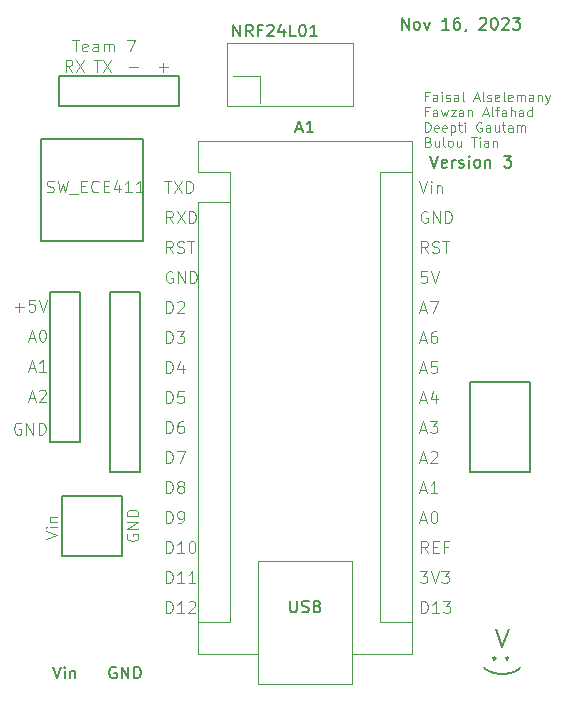
<source format=gbr>
%TF.GenerationSoftware,KiCad,Pcbnew,7.0.6*%
%TF.CreationDate,2023-11-15T18:28:15-08:00*%
%TF.ProjectId,Project 2,50726f6a-6563-4742-9032-2e6b69636164,rev?*%
%TF.SameCoordinates,Original*%
%TF.FileFunction,Legend,Top*%
%TF.FilePolarity,Positive*%
%FSLAX46Y46*%
G04 Gerber Fmt 4.6, Leading zero omitted, Abs format (unit mm)*
G04 Created by KiCad (PCBNEW 7.0.6) date 2023-11-15 18:28:15*
%MOMM*%
%LPD*%
G01*
G04 APERTURE LIST*
%ADD10C,0.125000*%
%ADD11C,0.150000*%
%ADD12C,0.100000*%
%ADD13C,0.120000*%
%ADD14C,1.700000*%
%ADD15R,1.700000X1.700000*%
%ADD16C,2.100000*%
%ADD17R,1.600000X1.600000*%
%ADD18O,1.600000X1.600000*%
%ADD19C,3.800000*%
G04 APERTURE END LIST*
D10*
X162845378Y-55810547D02*
X162578712Y-55810547D01*
X162578712Y-56229595D02*
X162578712Y-55429595D01*
X162578712Y-55429595D02*
X162959664Y-55429595D01*
X163607283Y-56229595D02*
X163607283Y-55810547D01*
X163607283Y-55810547D02*
X163569188Y-55734357D01*
X163569188Y-55734357D02*
X163492997Y-55696261D01*
X163492997Y-55696261D02*
X163340616Y-55696261D01*
X163340616Y-55696261D02*
X163264426Y-55734357D01*
X163607283Y-56191500D02*
X163531092Y-56229595D01*
X163531092Y-56229595D02*
X163340616Y-56229595D01*
X163340616Y-56229595D02*
X163264426Y-56191500D01*
X163264426Y-56191500D02*
X163226330Y-56115309D01*
X163226330Y-56115309D02*
X163226330Y-56039119D01*
X163226330Y-56039119D02*
X163264426Y-55962928D01*
X163264426Y-55962928D02*
X163340616Y-55924833D01*
X163340616Y-55924833D02*
X163531092Y-55924833D01*
X163531092Y-55924833D02*
X163607283Y-55886738D01*
X163988236Y-56229595D02*
X163988236Y-55696261D01*
X163988236Y-55429595D02*
X163950140Y-55467690D01*
X163950140Y-55467690D02*
X163988236Y-55505785D01*
X163988236Y-55505785D02*
X164026331Y-55467690D01*
X164026331Y-55467690D02*
X163988236Y-55429595D01*
X163988236Y-55429595D02*
X163988236Y-55505785D01*
X164331092Y-56191500D02*
X164407283Y-56229595D01*
X164407283Y-56229595D02*
X164559664Y-56229595D01*
X164559664Y-56229595D02*
X164635854Y-56191500D01*
X164635854Y-56191500D02*
X164673950Y-56115309D01*
X164673950Y-56115309D02*
X164673950Y-56077214D01*
X164673950Y-56077214D02*
X164635854Y-56001023D01*
X164635854Y-56001023D02*
X164559664Y-55962928D01*
X164559664Y-55962928D02*
X164445378Y-55962928D01*
X164445378Y-55962928D02*
X164369188Y-55924833D01*
X164369188Y-55924833D02*
X164331092Y-55848642D01*
X164331092Y-55848642D02*
X164331092Y-55810547D01*
X164331092Y-55810547D02*
X164369188Y-55734357D01*
X164369188Y-55734357D02*
X164445378Y-55696261D01*
X164445378Y-55696261D02*
X164559664Y-55696261D01*
X164559664Y-55696261D02*
X164635854Y-55734357D01*
X165359664Y-56229595D02*
X165359664Y-55810547D01*
X165359664Y-55810547D02*
X165321569Y-55734357D01*
X165321569Y-55734357D02*
X165245378Y-55696261D01*
X165245378Y-55696261D02*
X165092997Y-55696261D01*
X165092997Y-55696261D02*
X165016807Y-55734357D01*
X165359664Y-56191500D02*
X165283473Y-56229595D01*
X165283473Y-56229595D02*
X165092997Y-56229595D01*
X165092997Y-56229595D02*
X165016807Y-56191500D01*
X165016807Y-56191500D02*
X164978711Y-56115309D01*
X164978711Y-56115309D02*
X164978711Y-56039119D01*
X164978711Y-56039119D02*
X165016807Y-55962928D01*
X165016807Y-55962928D02*
X165092997Y-55924833D01*
X165092997Y-55924833D02*
X165283473Y-55924833D01*
X165283473Y-55924833D02*
X165359664Y-55886738D01*
X165854902Y-56229595D02*
X165778712Y-56191500D01*
X165778712Y-56191500D02*
X165740617Y-56115309D01*
X165740617Y-56115309D02*
X165740617Y-55429595D01*
X166731093Y-56001023D02*
X167112046Y-56001023D01*
X166654903Y-56229595D02*
X166921570Y-55429595D01*
X166921570Y-55429595D02*
X167188236Y-56229595D01*
X167569188Y-56229595D02*
X167492998Y-56191500D01*
X167492998Y-56191500D02*
X167454903Y-56115309D01*
X167454903Y-56115309D02*
X167454903Y-55429595D01*
X167835855Y-56191500D02*
X167912046Y-56229595D01*
X167912046Y-56229595D02*
X168064427Y-56229595D01*
X168064427Y-56229595D02*
X168140617Y-56191500D01*
X168140617Y-56191500D02*
X168178713Y-56115309D01*
X168178713Y-56115309D02*
X168178713Y-56077214D01*
X168178713Y-56077214D02*
X168140617Y-56001023D01*
X168140617Y-56001023D02*
X168064427Y-55962928D01*
X168064427Y-55962928D02*
X167950141Y-55962928D01*
X167950141Y-55962928D02*
X167873951Y-55924833D01*
X167873951Y-55924833D02*
X167835855Y-55848642D01*
X167835855Y-55848642D02*
X167835855Y-55810547D01*
X167835855Y-55810547D02*
X167873951Y-55734357D01*
X167873951Y-55734357D02*
X167950141Y-55696261D01*
X167950141Y-55696261D02*
X168064427Y-55696261D01*
X168064427Y-55696261D02*
X168140617Y-55734357D01*
X168826332Y-56191500D02*
X168750141Y-56229595D01*
X168750141Y-56229595D02*
X168597760Y-56229595D01*
X168597760Y-56229595D02*
X168521570Y-56191500D01*
X168521570Y-56191500D02*
X168483474Y-56115309D01*
X168483474Y-56115309D02*
X168483474Y-55810547D01*
X168483474Y-55810547D02*
X168521570Y-55734357D01*
X168521570Y-55734357D02*
X168597760Y-55696261D01*
X168597760Y-55696261D02*
X168750141Y-55696261D01*
X168750141Y-55696261D02*
X168826332Y-55734357D01*
X168826332Y-55734357D02*
X168864427Y-55810547D01*
X168864427Y-55810547D02*
X168864427Y-55886738D01*
X168864427Y-55886738D02*
X168483474Y-55962928D01*
X169321569Y-56229595D02*
X169245379Y-56191500D01*
X169245379Y-56191500D02*
X169207284Y-56115309D01*
X169207284Y-56115309D02*
X169207284Y-55429595D01*
X169931094Y-56191500D02*
X169854903Y-56229595D01*
X169854903Y-56229595D02*
X169702522Y-56229595D01*
X169702522Y-56229595D02*
X169626332Y-56191500D01*
X169626332Y-56191500D02*
X169588236Y-56115309D01*
X169588236Y-56115309D02*
X169588236Y-55810547D01*
X169588236Y-55810547D02*
X169626332Y-55734357D01*
X169626332Y-55734357D02*
X169702522Y-55696261D01*
X169702522Y-55696261D02*
X169854903Y-55696261D01*
X169854903Y-55696261D02*
X169931094Y-55734357D01*
X169931094Y-55734357D02*
X169969189Y-55810547D01*
X169969189Y-55810547D02*
X169969189Y-55886738D01*
X169969189Y-55886738D02*
X169588236Y-55962928D01*
X170312046Y-56229595D02*
X170312046Y-55696261D01*
X170312046Y-55772452D02*
X170350141Y-55734357D01*
X170350141Y-55734357D02*
X170426331Y-55696261D01*
X170426331Y-55696261D02*
X170540617Y-55696261D01*
X170540617Y-55696261D02*
X170616808Y-55734357D01*
X170616808Y-55734357D02*
X170654903Y-55810547D01*
X170654903Y-55810547D02*
X170654903Y-56229595D01*
X170654903Y-55810547D02*
X170692998Y-55734357D01*
X170692998Y-55734357D02*
X170769189Y-55696261D01*
X170769189Y-55696261D02*
X170883474Y-55696261D01*
X170883474Y-55696261D02*
X170959665Y-55734357D01*
X170959665Y-55734357D02*
X170997760Y-55810547D01*
X170997760Y-55810547D02*
X170997760Y-56229595D01*
X171721570Y-56229595D02*
X171721570Y-55810547D01*
X171721570Y-55810547D02*
X171683475Y-55734357D01*
X171683475Y-55734357D02*
X171607284Y-55696261D01*
X171607284Y-55696261D02*
X171454903Y-55696261D01*
X171454903Y-55696261D02*
X171378713Y-55734357D01*
X171721570Y-56191500D02*
X171645379Y-56229595D01*
X171645379Y-56229595D02*
X171454903Y-56229595D01*
X171454903Y-56229595D02*
X171378713Y-56191500D01*
X171378713Y-56191500D02*
X171340617Y-56115309D01*
X171340617Y-56115309D02*
X171340617Y-56039119D01*
X171340617Y-56039119D02*
X171378713Y-55962928D01*
X171378713Y-55962928D02*
X171454903Y-55924833D01*
X171454903Y-55924833D02*
X171645379Y-55924833D01*
X171645379Y-55924833D02*
X171721570Y-55886738D01*
X172102523Y-55696261D02*
X172102523Y-56229595D01*
X172102523Y-55772452D02*
X172140618Y-55734357D01*
X172140618Y-55734357D02*
X172216808Y-55696261D01*
X172216808Y-55696261D02*
X172331094Y-55696261D01*
X172331094Y-55696261D02*
X172407285Y-55734357D01*
X172407285Y-55734357D02*
X172445380Y-55810547D01*
X172445380Y-55810547D02*
X172445380Y-56229595D01*
X172750142Y-55696261D02*
X172940618Y-56229595D01*
X173131095Y-55696261D02*
X172940618Y-56229595D01*
X172940618Y-56229595D02*
X172864428Y-56420071D01*
X172864428Y-56420071D02*
X172826333Y-56458166D01*
X172826333Y-56458166D02*
X172750142Y-56496261D01*
X162845378Y-57098547D02*
X162578712Y-57098547D01*
X162578712Y-57517595D02*
X162578712Y-56717595D01*
X162578712Y-56717595D02*
X162959664Y-56717595D01*
X163607283Y-57517595D02*
X163607283Y-57098547D01*
X163607283Y-57098547D02*
X163569188Y-57022357D01*
X163569188Y-57022357D02*
X163492997Y-56984261D01*
X163492997Y-56984261D02*
X163340616Y-56984261D01*
X163340616Y-56984261D02*
X163264426Y-57022357D01*
X163607283Y-57479500D02*
X163531092Y-57517595D01*
X163531092Y-57517595D02*
X163340616Y-57517595D01*
X163340616Y-57517595D02*
X163264426Y-57479500D01*
X163264426Y-57479500D02*
X163226330Y-57403309D01*
X163226330Y-57403309D02*
X163226330Y-57327119D01*
X163226330Y-57327119D02*
X163264426Y-57250928D01*
X163264426Y-57250928D02*
X163340616Y-57212833D01*
X163340616Y-57212833D02*
X163531092Y-57212833D01*
X163531092Y-57212833D02*
X163607283Y-57174738D01*
X163912045Y-56984261D02*
X164064426Y-57517595D01*
X164064426Y-57517595D02*
X164216807Y-57136642D01*
X164216807Y-57136642D02*
X164369188Y-57517595D01*
X164369188Y-57517595D02*
X164521569Y-56984261D01*
X164750140Y-56984261D02*
X165169188Y-56984261D01*
X165169188Y-56984261D02*
X164750140Y-57517595D01*
X164750140Y-57517595D02*
X165169188Y-57517595D01*
X165816807Y-57517595D02*
X165816807Y-57098547D01*
X165816807Y-57098547D02*
X165778712Y-57022357D01*
X165778712Y-57022357D02*
X165702521Y-56984261D01*
X165702521Y-56984261D02*
X165550140Y-56984261D01*
X165550140Y-56984261D02*
X165473950Y-57022357D01*
X165816807Y-57479500D02*
X165740616Y-57517595D01*
X165740616Y-57517595D02*
X165550140Y-57517595D01*
X165550140Y-57517595D02*
X165473950Y-57479500D01*
X165473950Y-57479500D02*
X165435854Y-57403309D01*
X165435854Y-57403309D02*
X165435854Y-57327119D01*
X165435854Y-57327119D02*
X165473950Y-57250928D01*
X165473950Y-57250928D02*
X165550140Y-57212833D01*
X165550140Y-57212833D02*
X165740616Y-57212833D01*
X165740616Y-57212833D02*
X165816807Y-57174738D01*
X166197760Y-56984261D02*
X166197760Y-57517595D01*
X166197760Y-57060452D02*
X166235855Y-57022357D01*
X166235855Y-57022357D02*
X166312045Y-56984261D01*
X166312045Y-56984261D02*
X166426331Y-56984261D01*
X166426331Y-56984261D02*
X166502522Y-57022357D01*
X166502522Y-57022357D02*
X166540617Y-57098547D01*
X166540617Y-57098547D02*
X166540617Y-57517595D01*
X167492998Y-57289023D02*
X167873951Y-57289023D01*
X167416808Y-57517595D02*
X167683475Y-56717595D01*
X167683475Y-56717595D02*
X167950141Y-57517595D01*
X168331093Y-57517595D02*
X168254903Y-57479500D01*
X168254903Y-57479500D02*
X168216808Y-57403309D01*
X168216808Y-57403309D02*
X168216808Y-56717595D01*
X168521570Y-56984261D02*
X168826332Y-56984261D01*
X168635856Y-57517595D02*
X168635856Y-56831880D01*
X168635856Y-56831880D02*
X168673951Y-56755690D01*
X168673951Y-56755690D02*
X168750141Y-56717595D01*
X168750141Y-56717595D02*
X168826332Y-56717595D01*
X169435856Y-57517595D02*
X169435856Y-57098547D01*
X169435856Y-57098547D02*
X169397761Y-57022357D01*
X169397761Y-57022357D02*
X169321570Y-56984261D01*
X169321570Y-56984261D02*
X169169189Y-56984261D01*
X169169189Y-56984261D02*
X169092999Y-57022357D01*
X169435856Y-57479500D02*
X169359665Y-57517595D01*
X169359665Y-57517595D02*
X169169189Y-57517595D01*
X169169189Y-57517595D02*
X169092999Y-57479500D01*
X169092999Y-57479500D02*
X169054903Y-57403309D01*
X169054903Y-57403309D02*
X169054903Y-57327119D01*
X169054903Y-57327119D02*
X169092999Y-57250928D01*
X169092999Y-57250928D02*
X169169189Y-57212833D01*
X169169189Y-57212833D02*
X169359665Y-57212833D01*
X169359665Y-57212833D02*
X169435856Y-57174738D01*
X169816809Y-57517595D02*
X169816809Y-56717595D01*
X170159666Y-57517595D02*
X170159666Y-57098547D01*
X170159666Y-57098547D02*
X170121571Y-57022357D01*
X170121571Y-57022357D02*
X170045380Y-56984261D01*
X170045380Y-56984261D02*
X169931094Y-56984261D01*
X169931094Y-56984261D02*
X169854904Y-57022357D01*
X169854904Y-57022357D02*
X169816809Y-57060452D01*
X170883476Y-57517595D02*
X170883476Y-57098547D01*
X170883476Y-57098547D02*
X170845381Y-57022357D01*
X170845381Y-57022357D02*
X170769190Y-56984261D01*
X170769190Y-56984261D02*
X170616809Y-56984261D01*
X170616809Y-56984261D02*
X170540619Y-57022357D01*
X170883476Y-57479500D02*
X170807285Y-57517595D01*
X170807285Y-57517595D02*
X170616809Y-57517595D01*
X170616809Y-57517595D02*
X170540619Y-57479500D01*
X170540619Y-57479500D02*
X170502523Y-57403309D01*
X170502523Y-57403309D02*
X170502523Y-57327119D01*
X170502523Y-57327119D02*
X170540619Y-57250928D01*
X170540619Y-57250928D02*
X170616809Y-57212833D01*
X170616809Y-57212833D02*
X170807285Y-57212833D01*
X170807285Y-57212833D02*
X170883476Y-57174738D01*
X171607286Y-57517595D02*
X171607286Y-56717595D01*
X171607286Y-57479500D02*
X171531095Y-57517595D01*
X171531095Y-57517595D02*
X171378714Y-57517595D01*
X171378714Y-57517595D02*
X171302524Y-57479500D01*
X171302524Y-57479500D02*
X171264429Y-57441404D01*
X171264429Y-57441404D02*
X171226333Y-57365214D01*
X171226333Y-57365214D02*
X171226333Y-57136642D01*
X171226333Y-57136642D02*
X171264429Y-57060452D01*
X171264429Y-57060452D02*
X171302524Y-57022357D01*
X171302524Y-57022357D02*
X171378714Y-56984261D01*
X171378714Y-56984261D02*
X171531095Y-56984261D01*
X171531095Y-56984261D02*
X171607286Y-57022357D01*
X162578712Y-58805595D02*
X162578712Y-58005595D01*
X162578712Y-58005595D02*
X162769188Y-58005595D01*
X162769188Y-58005595D02*
X162883474Y-58043690D01*
X162883474Y-58043690D02*
X162959664Y-58119880D01*
X162959664Y-58119880D02*
X162997759Y-58196071D01*
X162997759Y-58196071D02*
X163035855Y-58348452D01*
X163035855Y-58348452D02*
X163035855Y-58462738D01*
X163035855Y-58462738D02*
X162997759Y-58615119D01*
X162997759Y-58615119D02*
X162959664Y-58691309D01*
X162959664Y-58691309D02*
X162883474Y-58767500D01*
X162883474Y-58767500D02*
X162769188Y-58805595D01*
X162769188Y-58805595D02*
X162578712Y-58805595D01*
X163683474Y-58767500D02*
X163607283Y-58805595D01*
X163607283Y-58805595D02*
X163454902Y-58805595D01*
X163454902Y-58805595D02*
X163378712Y-58767500D01*
X163378712Y-58767500D02*
X163340616Y-58691309D01*
X163340616Y-58691309D02*
X163340616Y-58386547D01*
X163340616Y-58386547D02*
X163378712Y-58310357D01*
X163378712Y-58310357D02*
X163454902Y-58272261D01*
X163454902Y-58272261D02*
X163607283Y-58272261D01*
X163607283Y-58272261D02*
X163683474Y-58310357D01*
X163683474Y-58310357D02*
X163721569Y-58386547D01*
X163721569Y-58386547D02*
X163721569Y-58462738D01*
X163721569Y-58462738D02*
X163340616Y-58538928D01*
X164369188Y-58767500D02*
X164292997Y-58805595D01*
X164292997Y-58805595D02*
X164140616Y-58805595D01*
X164140616Y-58805595D02*
X164064426Y-58767500D01*
X164064426Y-58767500D02*
X164026330Y-58691309D01*
X164026330Y-58691309D02*
X164026330Y-58386547D01*
X164026330Y-58386547D02*
X164064426Y-58310357D01*
X164064426Y-58310357D02*
X164140616Y-58272261D01*
X164140616Y-58272261D02*
X164292997Y-58272261D01*
X164292997Y-58272261D02*
X164369188Y-58310357D01*
X164369188Y-58310357D02*
X164407283Y-58386547D01*
X164407283Y-58386547D02*
X164407283Y-58462738D01*
X164407283Y-58462738D02*
X164026330Y-58538928D01*
X164750140Y-58272261D02*
X164750140Y-59072261D01*
X164750140Y-58310357D02*
X164826330Y-58272261D01*
X164826330Y-58272261D02*
X164978711Y-58272261D01*
X164978711Y-58272261D02*
X165054902Y-58310357D01*
X165054902Y-58310357D02*
X165092997Y-58348452D01*
X165092997Y-58348452D02*
X165131092Y-58424642D01*
X165131092Y-58424642D02*
X165131092Y-58653214D01*
X165131092Y-58653214D02*
X165092997Y-58729404D01*
X165092997Y-58729404D02*
X165054902Y-58767500D01*
X165054902Y-58767500D02*
X164978711Y-58805595D01*
X164978711Y-58805595D02*
X164826330Y-58805595D01*
X164826330Y-58805595D02*
X164750140Y-58767500D01*
X165359664Y-58272261D02*
X165664426Y-58272261D01*
X165473950Y-58005595D02*
X165473950Y-58691309D01*
X165473950Y-58691309D02*
X165512045Y-58767500D01*
X165512045Y-58767500D02*
X165588235Y-58805595D01*
X165588235Y-58805595D02*
X165664426Y-58805595D01*
X165931093Y-58805595D02*
X165931093Y-58272261D01*
X165931093Y-58005595D02*
X165892997Y-58043690D01*
X165892997Y-58043690D02*
X165931093Y-58081785D01*
X165931093Y-58081785D02*
X165969188Y-58043690D01*
X165969188Y-58043690D02*
X165931093Y-58005595D01*
X165931093Y-58005595D02*
X165931093Y-58081785D01*
X167340616Y-58043690D02*
X167264426Y-58005595D01*
X167264426Y-58005595D02*
X167150140Y-58005595D01*
X167150140Y-58005595D02*
X167035854Y-58043690D01*
X167035854Y-58043690D02*
X166959664Y-58119880D01*
X166959664Y-58119880D02*
X166921569Y-58196071D01*
X166921569Y-58196071D02*
X166883473Y-58348452D01*
X166883473Y-58348452D02*
X166883473Y-58462738D01*
X166883473Y-58462738D02*
X166921569Y-58615119D01*
X166921569Y-58615119D02*
X166959664Y-58691309D01*
X166959664Y-58691309D02*
X167035854Y-58767500D01*
X167035854Y-58767500D02*
X167150140Y-58805595D01*
X167150140Y-58805595D02*
X167226331Y-58805595D01*
X167226331Y-58805595D02*
X167340616Y-58767500D01*
X167340616Y-58767500D02*
X167378712Y-58729404D01*
X167378712Y-58729404D02*
X167378712Y-58462738D01*
X167378712Y-58462738D02*
X167226331Y-58462738D01*
X168064426Y-58805595D02*
X168064426Y-58386547D01*
X168064426Y-58386547D02*
X168026331Y-58310357D01*
X168026331Y-58310357D02*
X167950140Y-58272261D01*
X167950140Y-58272261D02*
X167797759Y-58272261D01*
X167797759Y-58272261D02*
X167721569Y-58310357D01*
X168064426Y-58767500D02*
X167988235Y-58805595D01*
X167988235Y-58805595D02*
X167797759Y-58805595D01*
X167797759Y-58805595D02*
X167721569Y-58767500D01*
X167721569Y-58767500D02*
X167683473Y-58691309D01*
X167683473Y-58691309D02*
X167683473Y-58615119D01*
X167683473Y-58615119D02*
X167721569Y-58538928D01*
X167721569Y-58538928D02*
X167797759Y-58500833D01*
X167797759Y-58500833D02*
X167988235Y-58500833D01*
X167988235Y-58500833D02*
X168064426Y-58462738D01*
X168788236Y-58272261D02*
X168788236Y-58805595D01*
X168445379Y-58272261D02*
X168445379Y-58691309D01*
X168445379Y-58691309D02*
X168483474Y-58767500D01*
X168483474Y-58767500D02*
X168559664Y-58805595D01*
X168559664Y-58805595D02*
X168673950Y-58805595D01*
X168673950Y-58805595D02*
X168750141Y-58767500D01*
X168750141Y-58767500D02*
X168788236Y-58729404D01*
X169054903Y-58272261D02*
X169359665Y-58272261D01*
X169169189Y-58005595D02*
X169169189Y-58691309D01*
X169169189Y-58691309D02*
X169207284Y-58767500D01*
X169207284Y-58767500D02*
X169283474Y-58805595D01*
X169283474Y-58805595D02*
X169359665Y-58805595D01*
X169969189Y-58805595D02*
X169969189Y-58386547D01*
X169969189Y-58386547D02*
X169931094Y-58310357D01*
X169931094Y-58310357D02*
X169854903Y-58272261D01*
X169854903Y-58272261D02*
X169702522Y-58272261D01*
X169702522Y-58272261D02*
X169626332Y-58310357D01*
X169969189Y-58767500D02*
X169892998Y-58805595D01*
X169892998Y-58805595D02*
X169702522Y-58805595D01*
X169702522Y-58805595D02*
X169626332Y-58767500D01*
X169626332Y-58767500D02*
X169588236Y-58691309D01*
X169588236Y-58691309D02*
X169588236Y-58615119D01*
X169588236Y-58615119D02*
X169626332Y-58538928D01*
X169626332Y-58538928D02*
X169702522Y-58500833D01*
X169702522Y-58500833D02*
X169892998Y-58500833D01*
X169892998Y-58500833D02*
X169969189Y-58462738D01*
X170350142Y-58805595D02*
X170350142Y-58272261D01*
X170350142Y-58348452D02*
X170388237Y-58310357D01*
X170388237Y-58310357D02*
X170464427Y-58272261D01*
X170464427Y-58272261D02*
X170578713Y-58272261D01*
X170578713Y-58272261D02*
X170654904Y-58310357D01*
X170654904Y-58310357D02*
X170692999Y-58386547D01*
X170692999Y-58386547D02*
X170692999Y-58805595D01*
X170692999Y-58386547D02*
X170731094Y-58310357D01*
X170731094Y-58310357D02*
X170807285Y-58272261D01*
X170807285Y-58272261D02*
X170921570Y-58272261D01*
X170921570Y-58272261D02*
X170997761Y-58310357D01*
X170997761Y-58310357D02*
X171035856Y-58386547D01*
X171035856Y-58386547D02*
X171035856Y-58805595D01*
X162845378Y-59674547D02*
X162959664Y-59712642D01*
X162959664Y-59712642D02*
X162997759Y-59750738D01*
X162997759Y-59750738D02*
X163035855Y-59826928D01*
X163035855Y-59826928D02*
X163035855Y-59941214D01*
X163035855Y-59941214D02*
X162997759Y-60017404D01*
X162997759Y-60017404D02*
X162959664Y-60055500D01*
X162959664Y-60055500D02*
X162883474Y-60093595D01*
X162883474Y-60093595D02*
X162578712Y-60093595D01*
X162578712Y-60093595D02*
X162578712Y-59293595D01*
X162578712Y-59293595D02*
X162845378Y-59293595D01*
X162845378Y-59293595D02*
X162921569Y-59331690D01*
X162921569Y-59331690D02*
X162959664Y-59369785D01*
X162959664Y-59369785D02*
X162997759Y-59445976D01*
X162997759Y-59445976D02*
X162997759Y-59522166D01*
X162997759Y-59522166D02*
X162959664Y-59598357D01*
X162959664Y-59598357D02*
X162921569Y-59636452D01*
X162921569Y-59636452D02*
X162845378Y-59674547D01*
X162845378Y-59674547D02*
X162578712Y-59674547D01*
X163721569Y-59560261D02*
X163721569Y-60093595D01*
X163378712Y-59560261D02*
X163378712Y-59979309D01*
X163378712Y-59979309D02*
X163416807Y-60055500D01*
X163416807Y-60055500D02*
X163492997Y-60093595D01*
X163492997Y-60093595D02*
X163607283Y-60093595D01*
X163607283Y-60093595D02*
X163683474Y-60055500D01*
X163683474Y-60055500D02*
X163721569Y-60017404D01*
X164216807Y-60093595D02*
X164140617Y-60055500D01*
X164140617Y-60055500D02*
X164102522Y-59979309D01*
X164102522Y-59979309D02*
X164102522Y-59293595D01*
X164635855Y-60093595D02*
X164559665Y-60055500D01*
X164559665Y-60055500D02*
X164521570Y-60017404D01*
X164521570Y-60017404D02*
X164483474Y-59941214D01*
X164483474Y-59941214D02*
X164483474Y-59712642D01*
X164483474Y-59712642D02*
X164521570Y-59636452D01*
X164521570Y-59636452D02*
X164559665Y-59598357D01*
X164559665Y-59598357D02*
X164635855Y-59560261D01*
X164635855Y-59560261D02*
X164750141Y-59560261D01*
X164750141Y-59560261D02*
X164826332Y-59598357D01*
X164826332Y-59598357D02*
X164864427Y-59636452D01*
X164864427Y-59636452D02*
X164902522Y-59712642D01*
X164902522Y-59712642D02*
X164902522Y-59941214D01*
X164902522Y-59941214D02*
X164864427Y-60017404D01*
X164864427Y-60017404D02*
X164826332Y-60055500D01*
X164826332Y-60055500D02*
X164750141Y-60093595D01*
X164750141Y-60093595D02*
X164635855Y-60093595D01*
X165588237Y-59560261D02*
X165588237Y-60093595D01*
X165245380Y-59560261D02*
X165245380Y-59979309D01*
X165245380Y-59979309D02*
X165283475Y-60055500D01*
X165283475Y-60055500D02*
X165359665Y-60093595D01*
X165359665Y-60093595D02*
X165473951Y-60093595D01*
X165473951Y-60093595D02*
X165550142Y-60055500D01*
X165550142Y-60055500D02*
X165588237Y-60017404D01*
X166464428Y-59293595D02*
X166921571Y-59293595D01*
X166692999Y-60093595D02*
X166692999Y-59293595D01*
X167188238Y-60093595D02*
X167188238Y-59560261D01*
X167188238Y-59293595D02*
X167150142Y-59331690D01*
X167150142Y-59331690D02*
X167188238Y-59369785D01*
X167188238Y-59369785D02*
X167226333Y-59331690D01*
X167226333Y-59331690D02*
X167188238Y-59293595D01*
X167188238Y-59293595D02*
X167188238Y-59369785D01*
X167912047Y-60093595D02*
X167912047Y-59674547D01*
X167912047Y-59674547D02*
X167873952Y-59598357D01*
X167873952Y-59598357D02*
X167797761Y-59560261D01*
X167797761Y-59560261D02*
X167645380Y-59560261D01*
X167645380Y-59560261D02*
X167569190Y-59598357D01*
X167912047Y-60055500D02*
X167835856Y-60093595D01*
X167835856Y-60093595D02*
X167645380Y-60093595D01*
X167645380Y-60093595D02*
X167569190Y-60055500D01*
X167569190Y-60055500D02*
X167531094Y-59979309D01*
X167531094Y-59979309D02*
X167531094Y-59903119D01*
X167531094Y-59903119D02*
X167569190Y-59826928D01*
X167569190Y-59826928D02*
X167645380Y-59788833D01*
X167645380Y-59788833D02*
X167835856Y-59788833D01*
X167835856Y-59788833D02*
X167912047Y-59750738D01*
X168293000Y-59560261D02*
X168293000Y-60093595D01*
X168293000Y-59636452D02*
X168331095Y-59598357D01*
X168331095Y-59598357D02*
X168407285Y-59560261D01*
X168407285Y-59560261D02*
X168521571Y-59560261D01*
X168521571Y-59560261D02*
X168597762Y-59598357D01*
X168597762Y-59598357D02*
X168635857Y-59674547D01*
X168635857Y-59674547D02*
X168635857Y-60093595D01*
D11*
X169677295Y-100930274D02*
X169105866Y-102454084D01*
X169105866Y-102454084D02*
X168534438Y-100930274D01*
X168534438Y-103406464D02*
X168439200Y-103501702D01*
X168439200Y-103501702D02*
X168343961Y-103406464D01*
X168343961Y-103406464D02*
X168439200Y-103311226D01*
X168439200Y-103311226D02*
X168534438Y-103406464D01*
X168534438Y-103406464D02*
X168343961Y-103406464D01*
X169582057Y-103406464D02*
X169486819Y-103501702D01*
X169486819Y-103501702D02*
X169391580Y-103406464D01*
X169391580Y-103406464D02*
X169486819Y-103311226D01*
X169486819Y-103311226D02*
X169582057Y-103406464D01*
X169582057Y-103406464D02*
X169391580Y-103406464D01*
X167582057Y-104168369D02*
X167677295Y-104263607D01*
X167677295Y-104263607D02*
X167963009Y-104454083D01*
X167963009Y-104454083D02*
X168153485Y-104549321D01*
X168153485Y-104549321D02*
X168439200Y-104644559D01*
X168439200Y-104644559D02*
X168915390Y-104739797D01*
X168915390Y-104739797D02*
X169296342Y-104739797D01*
X169296342Y-104739797D02*
X169772533Y-104644559D01*
X169772533Y-104644559D02*
X170058247Y-104549321D01*
X170058247Y-104549321D02*
X170248723Y-104454083D01*
X170248723Y-104454083D02*
X170534438Y-104263607D01*
X170534438Y-104263607D02*
X170629676Y-104168369D01*
X163007922Y-60845819D02*
X163341255Y-61845819D01*
X163341255Y-61845819D02*
X163674588Y-60845819D01*
X164388874Y-61798200D02*
X164293636Y-61845819D01*
X164293636Y-61845819D02*
X164103160Y-61845819D01*
X164103160Y-61845819D02*
X164007922Y-61798200D01*
X164007922Y-61798200D02*
X163960303Y-61702961D01*
X163960303Y-61702961D02*
X163960303Y-61322009D01*
X163960303Y-61322009D02*
X164007922Y-61226771D01*
X164007922Y-61226771D02*
X164103160Y-61179152D01*
X164103160Y-61179152D02*
X164293636Y-61179152D01*
X164293636Y-61179152D02*
X164388874Y-61226771D01*
X164388874Y-61226771D02*
X164436493Y-61322009D01*
X164436493Y-61322009D02*
X164436493Y-61417247D01*
X164436493Y-61417247D02*
X163960303Y-61512485D01*
X164865065Y-61845819D02*
X164865065Y-61179152D01*
X164865065Y-61369628D02*
X164912684Y-61274390D01*
X164912684Y-61274390D02*
X164960303Y-61226771D01*
X164960303Y-61226771D02*
X165055541Y-61179152D01*
X165055541Y-61179152D02*
X165150779Y-61179152D01*
X165436494Y-61798200D02*
X165531732Y-61845819D01*
X165531732Y-61845819D02*
X165722208Y-61845819D01*
X165722208Y-61845819D02*
X165817446Y-61798200D01*
X165817446Y-61798200D02*
X165865065Y-61702961D01*
X165865065Y-61702961D02*
X165865065Y-61655342D01*
X165865065Y-61655342D02*
X165817446Y-61560104D01*
X165817446Y-61560104D02*
X165722208Y-61512485D01*
X165722208Y-61512485D02*
X165579351Y-61512485D01*
X165579351Y-61512485D02*
X165484113Y-61464866D01*
X165484113Y-61464866D02*
X165436494Y-61369628D01*
X165436494Y-61369628D02*
X165436494Y-61322009D01*
X165436494Y-61322009D02*
X165484113Y-61226771D01*
X165484113Y-61226771D02*
X165579351Y-61179152D01*
X165579351Y-61179152D02*
X165722208Y-61179152D01*
X165722208Y-61179152D02*
X165817446Y-61226771D01*
X166293637Y-61845819D02*
X166293637Y-61179152D01*
X166293637Y-60845819D02*
X166246018Y-60893438D01*
X166246018Y-60893438D02*
X166293637Y-60941057D01*
X166293637Y-60941057D02*
X166341256Y-60893438D01*
X166341256Y-60893438D02*
X166293637Y-60845819D01*
X166293637Y-60845819D02*
X166293637Y-60941057D01*
X166912684Y-61845819D02*
X166817446Y-61798200D01*
X166817446Y-61798200D02*
X166769827Y-61750580D01*
X166769827Y-61750580D02*
X166722208Y-61655342D01*
X166722208Y-61655342D02*
X166722208Y-61369628D01*
X166722208Y-61369628D02*
X166769827Y-61274390D01*
X166769827Y-61274390D02*
X166817446Y-61226771D01*
X166817446Y-61226771D02*
X166912684Y-61179152D01*
X166912684Y-61179152D02*
X167055541Y-61179152D01*
X167055541Y-61179152D02*
X167150779Y-61226771D01*
X167150779Y-61226771D02*
X167198398Y-61274390D01*
X167198398Y-61274390D02*
X167246017Y-61369628D01*
X167246017Y-61369628D02*
X167246017Y-61655342D01*
X167246017Y-61655342D02*
X167198398Y-61750580D01*
X167198398Y-61750580D02*
X167150779Y-61798200D01*
X167150779Y-61798200D02*
X167055541Y-61845819D01*
X167055541Y-61845819D02*
X166912684Y-61845819D01*
X167674589Y-61179152D02*
X167674589Y-61845819D01*
X167674589Y-61274390D02*
X167722208Y-61226771D01*
X167722208Y-61226771D02*
X167817446Y-61179152D01*
X167817446Y-61179152D02*
X167960303Y-61179152D01*
X167960303Y-61179152D02*
X168055541Y-61226771D01*
X168055541Y-61226771D02*
X168103160Y-61322009D01*
X168103160Y-61322009D02*
X168103160Y-61845819D01*
X169246018Y-60845819D02*
X169865065Y-60845819D01*
X169865065Y-60845819D02*
X169531732Y-61226771D01*
X169531732Y-61226771D02*
X169674589Y-61226771D01*
X169674589Y-61226771D02*
X169769827Y-61274390D01*
X169769827Y-61274390D02*
X169817446Y-61322009D01*
X169817446Y-61322009D02*
X169865065Y-61417247D01*
X169865065Y-61417247D02*
X169865065Y-61655342D01*
X169865065Y-61655342D02*
X169817446Y-61750580D01*
X169817446Y-61750580D02*
X169769827Y-61798200D01*
X169769827Y-61798200D02*
X169674589Y-61845819D01*
X169674589Y-61845819D02*
X169388875Y-61845819D01*
X169388875Y-61845819D02*
X169293637Y-61798200D01*
X169293637Y-61798200D02*
X169246018Y-61750580D01*
X160610779Y-50161819D02*
X160610779Y-49161819D01*
X160610779Y-49161819D02*
X161182207Y-50161819D01*
X161182207Y-50161819D02*
X161182207Y-49161819D01*
X161801255Y-50161819D02*
X161706017Y-50114200D01*
X161706017Y-50114200D02*
X161658398Y-50066580D01*
X161658398Y-50066580D02*
X161610779Y-49971342D01*
X161610779Y-49971342D02*
X161610779Y-49685628D01*
X161610779Y-49685628D02*
X161658398Y-49590390D01*
X161658398Y-49590390D02*
X161706017Y-49542771D01*
X161706017Y-49542771D02*
X161801255Y-49495152D01*
X161801255Y-49495152D02*
X161944112Y-49495152D01*
X161944112Y-49495152D02*
X162039350Y-49542771D01*
X162039350Y-49542771D02*
X162086969Y-49590390D01*
X162086969Y-49590390D02*
X162134588Y-49685628D01*
X162134588Y-49685628D02*
X162134588Y-49971342D01*
X162134588Y-49971342D02*
X162086969Y-50066580D01*
X162086969Y-50066580D02*
X162039350Y-50114200D01*
X162039350Y-50114200D02*
X161944112Y-50161819D01*
X161944112Y-50161819D02*
X161801255Y-50161819D01*
X162467922Y-49495152D02*
X162706017Y-50161819D01*
X162706017Y-50161819D02*
X162944112Y-49495152D01*
X164610779Y-50161819D02*
X164039351Y-50161819D01*
X164325065Y-50161819D02*
X164325065Y-49161819D01*
X164325065Y-49161819D02*
X164229827Y-49304676D01*
X164229827Y-49304676D02*
X164134589Y-49399914D01*
X164134589Y-49399914D02*
X164039351Y-49447533D01*
X165467922Y-49161819D02*
X165277446Y-49161819D01*
X165277446Y-49161819D02*
X165182208Y-49209438D01*
X165182208Y-49209438D02*
X165134589Y-49257057D01*
X165134589Y-49257057D02*
X165039351Y-49399914D01*
X165039351Y-49399914D02*
X164991732Y-49590390D01*
X164991732Y-49590390D02*
X164991732Y-49971342D01*
X164991732Y-49971342D02*
X165039351Y-50066580D01*
X165039351Y-50066580D02*
X165086970Y-50114200D01*
X165086970Y-50114200D02*
X165182208Y-50161819D01*
X165182208Y-50161819D02*
X165372684Y-50161819D01*
X165372684Y-50161819D02*
X165467922Y-50114200D01*
X165467922Y-50114200D02*
X165515541Y-50066580D01*
X165515541Y-50066580D02*
X165563160Y-49971342D01*
X165563160Y-49971342D02*
X165563160Y-49733247D01*
X165563160Y-49733247D02*
X165515541Y-49638009D01*
X165515541Y-49638009D02*
X165467922Y-49590390D01*
X165467922Y-49590390D02*
X165372684Y-49542771D01*
X165372684Y-49542771D02*
X165182208Y-49542771D01*
X165182208Y-49542771D02*
X165086970Y-49590390D01*
X165086970Y-49590390D02*
X165039351Y-49638009D01*
X165039351Y-49638009D02*
X164991732Y-49733247D01*
X166039351Y-50114200D02*
X166039351Y-50161819D01*
X166039351Y-50161819D02*
X165991732Y-50257057D01*
X165991732Y-50257057D02*
X165944113Y-50304676D01*
X167182208Y-49257057D02*
X167229827Y-49209438D01*
X167229827Y-49209438D02*
X167325065Y-49161819D01*
X167325065Y-49161819D02*
X167563160Y-49161819D01*
X167563160Y-49161819D02*
X167658398Y-49209438D01*
X167658398Y-49209438D02*
X167706017Y-49257057D01*
X167706017Y-49257057D02*
X167753636Y-49352295D01*
X167753636Y-49352295D02*
X167753636Y-49447533D01*
X167753636Y-49447533D02*
X167706017Y-49590390D01*
X167706017Y-49590390D02*
X167134589Y-50161819D01*
X167134589Y-50161819D02*
X167753636Y-50161819D01*
X168372684Y-49161819D02*
X168467922Y-49161819D01*
X168467922Y-49161819D02*
X168563160Y-49209438D01*
X168563160Y-49209438D02*
X168610779Y-49257057D01*
X168610779Y-49257057D02*
X168658398Y-49352295D01*
X168658398Y-49352295D02*
X168706017Y-49542771D01*
X168706017Y-49542771D02*
X168706017Y-49780866D01*
X168706017Y-49780866D02*
X168658398Y-49971342D01*
X168658398Y-49971342D02*
X168610779Y-50066580D01*
X168610779Y-50066580D02*
X168563160Y-50114200D01*
X168563160Y-50114200D02*
X168467922Y-50161819D01*
X168467922Y-50161819D02*
X168372684Y-50161819D01*
X168372684Y-50161819D02*
X168277446Y-50114200D01*
X168277446Y-50114200D02*
X168229827Y-50066580D01*
X168229827Y-50066580D02*
X168182208Y-49971342D01*
X168182208Y-49971342D02*
X168134589Y-49780866D01*
X168134589Y-49780866D02*
X168134589Y-49542771D01*
X168134589Y-49542771D02*
X168182208Y-49352295D01*
X168182208Y-49352295D02*
X168229827Y-49257057D01*
X168229827Y-49257057D02*
X168277446Y-49209438D01*
X168277446Y-49209438D02*
X168372684Y-49161819D01*
X169086970Y-49257057D02*
X169134589Y-49209438D01*
X169134589Y-49209438D02*
X169229827Y-49161819D01*
X169229827Y-49161819D02*
X169467922Y-49161819D01*
X169467922Y-49161819D02*
X169563160Y-49209438D01*
X169563160Y-49209438D02*
X169610779Y-49257057D01*
X169610779Y-49257057D02*
X169658398Y-49352295D01*
X169658398Y-49352295D02*
X169658398Y-49447533D01*
X169658398Y-49447533D02*
X169610779Y-49590390D01*
X169610779Y-49590390D02*
X169039351Y-50161819D01*
X169039351Y-50161819D02*
X169658398Y-50161819D01*
X169991732Y-49161819D02*
X170610779Y-49161819D01*
X170610779Y-49161819D02*
X170277446Y-49542771D01*
X170277446Y-49542771D02*
X170420303Y-49542771D01*
X170420303Y-49542771D02*
X170515541Y-49590390D01*
X170515541Y-49590390D02*
X170563160Y-49638009D01*
X170563160Y-49638009D02*
X170610779Y-49733247D01*
X170610779Y-49733247D02*
X170610779Y-49971342D01*
X170610779Y-49971342D02*
X170563160Y-50066580D01*
X170563160Y-50066580D02*
X170515541Y-50114200D01*
X170515541Y-50114200D02*
X170420303Y-50161819D01*
X170420303Y-50161819D02*
X170134589Y-50161819D01*
X170134589Y-50161819D02*
X170039351Y-50114200D01*
X170039351Y-50114200D02*
X169991732Y-50066580D01*
D12*
X130444419Y-93310972D02*
X131444419Y-92977639D01*
X131444419Y-92977639D02*
X130444419Y-92644306D01*
X131444419Y-92310972D02*
X130777752Y-92310972D01*
X130444419Y-92310972D02*
X130492038Y-92358591D01*
X130492038Y-92358591D02*
X130539657Y-92310972D01*
X130539657Y-92310972D02*
X130492038Y-92263353D01*
X130492038Y-92263353D02*
X130444419Y-92310972D01*
X130444419Y-92310972D02*
X130539657Y-92310972D01*
X130777752Y-91834782D02*
X131444419Y-91834782D01*
X130872990Y-91834782D02*
X130825371Y-91787163D01*
X130825371Y-91787163D02*
X130777752Y-91691925D01*
X130777752Y-91691925D02*
X130777752Y-91549068D01*
X130777752Y-91549068D02*
X130825371Y-91453830D01*
X130825371Y-91453830D02*
X130920609Y-91406211D01*
X130920609Y-91406211D02*
X131444419Y-91406211D01*
X137350038Y-92898306D02*
X137302419Y-92993544D01*
X137302419Y-92993544D02*
X137302419Y-93136401D01*
X137302419Y-93136401D02*
X137350038Y-93279258D01*
X137350038Y-93279258D02*
X137445276Y-93374496D01*
X137445276Y-93374496D02*
X137540514Y-93422115D01*
X137540514Y-93422115D02*
X137730990Y-93469734D01*
X137730990Y-93469734D02*
X137873847Y-93469734D01*
X137873847Y-93469734D02*
X138064323Y-93422115D01*
X138064323Y-93422115D02*
X138159561Y-93374496D01*
X138159561Y-93374496D02*
X138254800Y-93279258D01*
X138254800Y-93279258D02*
X138302419Y-93136401D01*
X138302419Y-93136401D02*
X138302419Y-93041163D01*
X138302419Y-93041163D02*
X138254800Y-92898306D01*
X138254800Y-92898306D02*
X138207180Y-92850687D01*
X138207180Y-92850687D02*
X137873847Y-92850687D01*
X137873847Y-92850687D02*
X137873847Y-93041163D01*
X138302419Y-92422115D02*
X137302419Y-92422115D01*
X137302419Y-92422115D02*
X138302419Y-91850687D01*
X138302419Y-91850687D02*
X137302419Y-91850687D01*
X138302419Y-91374496D02*
X137302419Y-91374496D01*
X137302419Y-91374496D02*
X137302419Y-91136401D01*
X137302419Y-91136401D02*
X137350038Y-90993544D01*
X137350038Y-90993544D02*
X137445276Y-90898306D01*
X137445276Y-90898306D02*
X137540514Y-90850687D01*
X137540514Y-90850687D02*
X137730990Y-90803068D01*
X137730990Y-90803068D02*
X137873847Y-90803068D01*
X137873847Y-90803068D02*
X138064323Y-90850687D01*
X138064323Y-90850687D02*
X138159561Y-90898306D01*
X138159561Y-90898306D02*
X138254800Y-90993544D01*
X138254800Y-90993544D02*
X138302419Y-91136401D01*
X138302419Y-91136401D02*
X138302419Y-91374496D01*
D11*
X151685714Y-58589104D02*
X152161904Y-58589104D01*
X151590476Y-58874819D02*
X151923809Y-57874819D01*
X151923809Y-57874819D02*
X152257142Y-58874819D01*
X153114285Y-58874819D02*
X152542857Y-58874819D01*
X152828571Y-58874819D02*
X152828571Y-57874819D01*
X152828571Y-57874819D02*
X152733333Y-58017676D01*
X152733333Y-58017676D02*
X152638095Y-58112914D01*
X152638095Y-58112914D02*
X152542857Y-58160533D01*
D12*
X162228884Y-99567419D02*
X162228884Y-98567419D01*
X162228884Y-98567419D02*
X162466979Y-98567419D01*
X162466979Y-98567419D02*
X162609836Y-98615038D01*
X162609836Y-98615038D02*
X162705074Y-98710276D01*
X162705074Y-98710276D02*
X162752693Y-98805514D01*
X162752693Y-98805514D02*
X162800312Y-98995990D01*
X162800312Y-98995990D02*
X162800312Y-99138847D01*
X162800312Y-99138847D02*
X162752693Y-99329323D01*
X162752693Y-99329323D02*
X162705074Y-99424561D01*
X162705074Y-99424561D02*
X162609836Y-99519800D01*
X162609836Y-99519800D02*
X162466979Y-99567419D01*
X162466979Y-99567419D02*
X162228884Y-99567419D01*
X163752693Y-99567419D02*
X163181265Y-99567419D01*
X163466979Y-99567419D02*
X163466979Y-98567419D01*
X163466979Y-98567419D02*
X163371741Y-98710276D01*
X163371741Y-98710276D02*
X163276503Y-98805514D01*
X163276503Y-98805514D02*
X163181265Y-98853133D01*
X164086027Y-98567419D02*
X164705074Y-98567419D01*
X164705074Y-98567419D02*
X164371741Y-98948371D01*
X164371741Y-98948371D02*
X164514598Y-98948371D01*
X164514598Y-98948371D02*
X164609836Y-98995990D01*
X164609836Y-98995990D02*
X164657455Y-99043609D01*
X164657455Y-99043609D02*
X164705074Y-99138847D01*
X164705074Y-99138847D02*
X164705074Y-99376942D01*
X164705074Y-99376942D02*
X164657455Y-99472180D01*
X164657455Y-99472180D02*
X164609836Y-99519800D01*
X164609836Y-99519800D02*
X164514598Y-99567419D01*
X164514598Y-99567419D02*
X164228884Y-99567419D01*
X164228884Y-99567419D02*
X164133646Y-99519800D01*
X164133646Y-99519800D02*
X164086027Y-99472180D01*
X162752693Y-65595038D02*
X162657455Y-65547419D01*
X162657455Y-65547419D02*
X162514598Y-65547419D01*
X162514598Y-65547419D02*
X162371741Y-65595038D01*
X162371741Y-65595038D02*
X162276503Y-65690276D01*
X162276503Y-65690276D02*
X162228884Y-65785514D01*
X162228884Y-65785514D02*
X162181265Y-65975990D01*
X162181265Y-65975990D02*
X162181265Y-66118847D01*
X162181265Y-66118847D02*
X162228884Y-66309323D01*
X162228884Y-66309323D02*
X162276503Y-66404561D01*
X162276503Y-66404561D02*
X162371741Y-66499800D01*
X162371741Y-66499800D02*
X162514598Y-66547419D01*
X162514598Y-66547419D02*
X162609836Y-66547419D01*
X162609836Y-66547419D02*
X162752693Y-66499800D01*
X162752693Y-66499800D02*
X162800312Y-66452180D01*
X162800312Y-66452180D02*
X162800312Y-66118847D01*
X162800312Y-66118847D02*
X162609836Y-66118847D01*
X163228884Y-66547419D02*
X163228884Y-65547419D01*
X163228884Y-65547419D02*
X163800312Y-66547419D01*
X163800312Y-66547419D02*
X163800312Y-65547419D01*
X164276503Y-66547419D02*
X164276503Y-65547419D01*
X164276503Y-65547419D02*
X164514598Y-65547419D01*
X164514598Y-65547419D02*
X164657455Y-65595038D01*
X164657455Y-65595038D02*
X164752693Y-65690276D01*
X164752693Y-65690276D02*
X164800312Y-65785514D01*
X164800312Y-65785514D02*
X164847931Y-65975990D01*
X164847931Y-65975990D02*
X164847931Y-66118847D01*
X164847931Y-66118847D02*
X164800312Y-66309323D01*
X164800312Y-66309323D02*
X164752693Y-66404561D01*
X164752693Y-66404561D02*
X164657455Y-66499800D01*
X164657455Y-66499800D02*
X164514598Y-66547419D01*
X164514598Y-66547419D02*
X164276503Y-66547419D01*
X162133646Y-96027419D02*
X162752693Y-96027419D01*
X162752693Y-96027419D02*
X162419360Y-96408371D01*
X162419360Y-96408371D02*
X162562217Y-96408371D01*
X162562217Y-96408371D02*
X162657455Y-96455990D01*
X162657455Y-96455990D02*
X162705074Y-96503609D01*
X162705074Y-96503609D02*
X162752693Y-96598847D01*
X162752693Y-96598847D02*
X162752693Y-96836942D01*
X162752693Y-96836942D02*
X162705074Y-96932180D01*
X162705074Y-96932180D02*
X162657455Y-96979800D01*
X162657455Y-96979800D02*
X162562217Y-97027419D01*
X162562217Y-97027419D02*
X162276503Y-97027419D01*
X162276503Y-97027419D02*
X162181265Y-96979800D01*
X162181265Y-96979800D02*
X162133646Y-96932180D01*
X163038408Y-96027419D02*
X163371741Y-97027419D01*
X163371741Y-97027419D02*
X163705074Y-96027419D01*
X163943170Y-96027419D02*
X164562217Y-96027419D01*
X164562217Y-96027419D02*
X164228884Y-96408371D01*
X164228884Y-96408371D02*
X164371741Y-96408371D01*
X164371741Y-96408371D02*
X164466979Y-96455990D01*
X164466979Y-96455990D02*
X164514598Y-96503609D01*
X164514598Y-96503609D02*
X164562217Y-96598847D01*
X164562217Y-96598847D02*
X164562217Y-96836942D01*
X164562217Y-96836942D02*
X164514598Y-96932180D01*
X164514598Y-96932180D02*
X164466979Y-96979800D01*
X164466979Y-96979800D02*
X164371741Y-97027419D01*
X164371741Y-97027419D02*
X164086027Y-97027419D01*
X164086027Y-97027419D02*
X163990789Y-96979800D01*
X163990789Y-96979800D02*
X163943170Y-96932180D01*
X140638884Y-91947419D02*
X140638884Y-90947419D01*
X140638884Y-90947419D02*
X140876979Y-90947419D01*
X140876979Y-90947419D02*
X141019836Y-90995038D01*
X141019836Y-90995038D02*
X141115074Y-91090276D01*
X141115074Y-91090276D02*
X141162693Y-91185514D01*
X141162693Y-91185514D02*
X141210312Y-91375990D01*
X141210312Y-91375990D02*
X141210312Y-91518847D01*
X141210312Y-91518847D02*
X141162693Y-91709323D01*
X141162693Y-91709323D02*
X141115074Y-91804561D01*
X141115074Y-91804561D02*
X141019836Y-91899800D01*
X141019836Y-91899800D02*
X140876979Y-91947419D01*
X140876979Y-91947419D02*
X140638884Y-91947419D01*
X141686503Y-91947419D02*
X141876979Y-91947419D01*
X141876979Y-91947419D02*
X141972217Y-91899800D01*
X141972217Y-91899800D02*
X142019836Y-91852180D01*
X142019836Y-91852180D02*
X142115074Y-91709323D01*
X142115074Y-91709323D02*
X142162693Y-91518847D01*
X142162693Y-91518847D02*
X142162693Y-91137895D01*
X142162693Y-91137895D02*
X142115074Y-91042657D01*
X142115074Y-91042657D02*
X142067455Y-90995038D01*
X142067455Y-90995038D02*
X141972217Y-90947419D01*
X141972217Y-90947419D02*
X141781741Y-90947419D01*
X141781741Y-90947419D02*
X141686503Y-90995038D01*
X141686503Y-90995038D02*
X141638884Y-91042657D01*
X141638884Y-91042657D02*
X141591265Y-91137895D01*
X141591265Y-91137895D02*
X141591265Y-91375990D01*
X141591265Y-91375990D02*
X141638884Y-91471228D01*
X141638884Y-91471228D02*
X141686503Y-91518847D01*
X141686503Y-91518847D02*
X141781741Y-91566466D01*
X141781741Y-91566466D02*
X141972217Y-91566466D01*
X141972217Y-91566466D02*
X142067455Y-91518847D01*
X142067455Y-91518847D02*
X142115074Y-91471228D01*
X142115074Y-91471228D02*
X142162693Y-91375990D01*
X162181265Y-76421704D02*
X162657455Y-76421704D01*
X162086027Y-76707419D02*
X162419360Y-75707419D01*
X162419360Y-75707419D02*
X162752693Y-76707419D01*
X163514598Y-75707419D02*
X163324122Y-75707419D01*
X163324122Y-75707419D02*
X163228884Y-75755038D01*
X163228884Y-75755038D02*
X163181265Y-75802657D01*
X163181265Y-75802657D02*
X163086027Y-75945514D01*
X163086027Y-75945514D02*
X163038408Y-76135990D01*
X163038408Y-76135990D02*
X163038408Y-76516942D01*
X163038408Y-76516942D02*
X163086027Y-76612180D01*
X163086027Y-76612180D02*
X163133646Y-76659800D01*
X163133646Y-76659800D02*
X163228884Y-76707419D01*
X163228884Y-76707419D02*
X163419360Y-76707419D01*
X163419360Y-76707419D02*
X163514598Y-76659800D01*
X163514598Y-76659800D02*
X163562217Y-76612180D01*
X163562217Y-76612180D02*
X163609836Y-76516942D01*
X163609836Y-76516942D02*
X163609836Y-76278847D01*
X163609836Y-76278847D02*
X163562217Y-76183609D01*
X163562217Y-76183609D02*
X163514598Y-76135990D01*
X163514598Y-76135990D02*
X163419360Y-76088371D01*
X163419360Y-76088371D02*
X163228884Y-76088371D01*
X163228884Y-76088371D02*
X163133646Y-76135990D01*
X163133646Y-76135990D02*
X163086027Y-76183609D01*
X163086027Y-76183609D02*
X163038408Y-76278847D01*
X162181265Y-91661704D02*
X162657455Y-91661704D01*
X162086027Y-91947419D02*
X162419360Y-90947419D01*
X162419360Y-90947419D02*
X162752693Y-91947419D01*
X163276503Y-90947419D02*
X163371741Y-90947419D01*
X163371741Y-90947419D02*
X163466979Y-90995038D01*
X163466979Y-90995038D02*
X163514598Y-91042657D01*
X163514598Y-91042657D02*
X163562217Y-91137895D01*
X163562217Y-91137895D02*
X163609836Y-91328371D01*
X163609836Y-91328371D02*
X163609836Y-91566466D01*
X163609836Y-91566466D02*
X163562217Y-91756942D01*
X163562217Y-91756942D02*
X163514598Y-91852180D01*
X163514598Y-91852180D02*
X163466979Y-91899800D01*
X163466979Y-91899800D02*
X163371741Y-91947419D01*
X163371741Y-91947419D02*
X163276503Y-91947419D01*
X163276503Y-91947419D02*
X163181265Y-91899800D01*
X163181265Y-91899800D02*
X163133646Y-91852180D01*
X163133646Y-91852180D02*
X163086027Y-91756942D01*
X163086027Y-91756942D02*
X163038408Y-91566466D01*
X163038408Y-91566466D02*
X163038408Y-91328371D01*
X163038408Y-91328371D02*
X163086027Y-91137895D01*
X163086027Y-91137895D02*
X163133646Y-91042657D01*
X163133646Y-91042657D02*
X163181265Y-90995038D01*
X163181265Y-90995038D02*
X163276503Y-90947419D01*
X141162693Y-70675038D02*
X141067455Y-70627419D01*
X141067455Y-70627419D02*
X140924598Y-70627419D01*
X140924598Y-70627419D02*
X140781741Y-70675038D01*
X140781741Y-70675038D02*
X140686503Y-70770276D01*
X140686503Y-70770276D02*
X140638884Y-70865514D01*
X140638884Y-70865514D02*
X140591265Y-71055990D01*
X140591265Y-71055990D02*
X140591265Y-71198847D01*
X140591265Y-71198847D02*
X140638884Y-71389323D01*
X140638884Y-71389323D02*
X140686503Y-71484561D01*
X140686503Y-71484561D02*
X140781741Y-71579800D01*
X140781741Y-71579800D02*
X140924598Y-71627419D01*
X140924598Y-71627419D02*
X141019836Y-71627419D01*
X141019836Y-71627419D02*
X141162693Y-71579800D01*
X141162693Y-71579800D02*
X141210312Y-71532180D01*
X141210312Y-71532180D02*
X141210312Y-71198847D01*
X141210312Y-71198847D02*
X141019836Y-71198847D01*
X141638884Y-71627419D02*
X141638884Y-70627419D01*
X141638884Y-70627419D02*
X142210312Y-71627419D01*
X142210312Y-71627419D02*
X142210312Y-70627419D01*
X142686503Y-71627419D02*
X142686503Y-70627419D01*
X142686503Y-70627419D02*
X142924598Y-70627419D01*
X142924598Y-70627419D02*
X143067455Y-70675038D01*
X143067455Y-70675038D02*
X143162693Y-70770276D01*
X143162693Y-70770276D02*
X143210312Y-70865514D01*
X143210312Y-70865514D02*
X143257931Y-71055990D01*
X143257931Y-71055990D02*
X143257931Y-71198847D01*
X143257931Y-71198847D02*
X143210312Y-71389323D01*
X143210312Y-71389323D02*
X143162693Y-71484561D01*
X143162693Y-71484561D02*
X143067455Y-71579800D01*
X143067455Y-71579800D02*
X142924598Y-71627419D01*
X142924598Y-71627419D02*
X142686503Y-71627419D01*
D11*
X151138095Y-98514819D02*
X151138095Y-99324342D01*
X151138095Y-99324342D02*
X151185714Y-99419580D01*
X151185714Y-99419580D02*
X151233333Y-99467200D01*
X151233333Y-99467200D02*
X151328571Y-99514819D01*
X151328571Y-99514819D02*
X151519047Y-99514819D01*
X151519047Y-99514819D02*
X151614285Y-99467200D01*
X151614285Y-99467200D02*
X151661904Y-99419580D01*
X151661904Y-99419580D02*
X151709523Y-99324342D01*
X151709523Y-99324342D02*
X151709523Y-98514819D01*
X152138095Y-99467200D02*
X152280952Y-99514819D01*
X152280952Y-99514819D02*
X152519047Y-99514819D01*
X152519047Y-99514819D02*
X152614285Y-99467200D01*
X152614285Y-99467200D02*
X152661904Y-99419580D01*
X152661904Y-99419580D02*
X152709523Y-99324342D01*
X152709523Y-99324342D02*
X152709523Y-99229104D01*
X152709523Y-99229104D02*
X152661904Y-99133866D01*
X152661904Y-99133866D02*
X152614285Y-99086247D01*
X152614285Y-99086247D02*
X152519047Y-99038628D01*
X152519047Y-99038628D02*
X152328571Y-98991009D01*
X152328571Y-98991009D02*
X152233333Y-98943390D01*
X152233333Y-98943390D02*
X152185714Y-98895771D01*
X152185714Y-98895771D02*
X152138095Y-98800533D01*
X152138095Y-98800533D02*
X152138095Y-98705295D01*
X152138095Y-98705295D02*
X152185714Y-98610057D01*
X152185714Y-98610057D02*
X152233333Y-98562438D01*
X152233333Y-98562438D02*
X152328571Y-98514819D01*
X152328571Y-98514819D02*
X152566666Y-98514819D01*
X152566666Y-98514819D02*
X152709523Y-98562438D01*
X153471428Y-98991009D02*
X153614285Y-99038628D01*
X153614285Y-99038628D02*
X153661904Y-99086247D01*
X153661904Y-99086247D02*
X153709523Y-99181485D01*
X153709523Y-99181485D02*
X153709523Y-99324342D01*
X153709523Y-99324342D02*
X153661904Y-99419580D01*
X153661904Y-99419580D02*
X153614285Y-99467200D01*
X153614285Y-99467200D02*
X153519047Y-99514819D01*
X153519047Y-99514819D02*
X153138095Y-99514819D01*
X153138095Y-99514819D02*
X153138095Y-98514819D01*
X153138095Y-98514819D02*
X153471428Y-98514819D01*
X153471428Y-98514819D02*
X153566666Y-98562438D01*
X153566666Y-98562438D02*
X153614285Y-98610057D01*
X153614285Y-98610057D02*
X153661904Y-98705295D01*
X153661904Y-98705295D02*
X153661904Y-98800533D01*
X153661904Y-98800533D02*
X153614285Y-98895771D01*
X153614285Y-98895771D02*
X153566666Y-98943390D01*
X153566666Y-98943390D02*
X153471428Y-98991009D01*
X153471428Y-98991009D02*
X153138095Y-98991009D01*
D12*
X162181265Y-89121704D02*
X162657455Y-89121704D01*
X162086027Y-89407419D02*
X162419360Y-88407419D01*
X162419360Y-88407419D02*
X162752693Y-89407419D01*
X163609836Y-89407419D02*
X163038408Y-89407419D01*
X163324122Y-89407419D02*
X163324122Y-88407419D01*
X163324122Y-88407419D02*
X163228884Y-88550276D01*
X163228884Y-88550276D02*
X163133646Y-88645514D01*
X163133646Y-88645514D02*
X163038408Y-88693133D01*
X162181265Y-86581704D02*
X162657455Y-86581704D01*
X162086027Y-86867419D02*
X162419360Y-85867419D01*
X162419360Y-85867419D02*
X162752693Y-86867419D01*
X163038408Y-85962657D02*
X163086027Y-85915038D01*
X163086027Y-85915038D02*
X163181265Y-85867419D01*
X163181265Y-85867419D02*
X163419360Y-85867419D01*
X163419360Y-85867419D02*
X163514598Y-85915038D01*
X163514598Y-85915038D02*
X163562217Y-85962657D01*
X163562217Y-85962657D02*
X163609836Y-86057895D01*
X163609836Y-86057895D02*
X163609836Y-86153133D01*
X163609836Y-86153133D02*
X163562217Y-86295990D01*
X163562217Y-86295990D02*
X162990789Y-86867419D01*
X162990789Y-86867419D02*
X163609836Y-86867419D01*
X162181265Y-84041704D02*
X162657455Y-84041704D01*
X162086027Y-84327419D02*
X162419360Y-83327419D01*
X162419360Y-83327419D02*
X162752693Y-84327419D01*
X162990789Y-83327419D02*
X163609836Y-83327419D01*
X163609836Y-83327419D02*
X163276503Y-83708371D01*
X163276503Y-83708371D02*
X163419360Y-83708371D01*
X163419360Y-83708371D02*
X163514598Y-83755990D01*
X163514598Y-83755990D02*
X163562217Y-83803609D01*
X163562217Y-83803609D02*
X163609836Y-83898847D01*
X163609836Y-83898847D02*
X163609836Y-84136942D01*
X163609836Y-84136942D02*
X163562217Y-84232180D01*
X163562217Y-84232180D02*
X163514598Y-84279800D01*
X163514598Y-84279800D02*
X163419360Y-84327419D01*
X163419360Y-84327419D02*
X163133646Y-84327419D01*
X163133646Y-84327419D02*
X163038408Y-84279800D01*
X163038408Y-84279800D02*
X162990789Y-84232180D01*
X162705074Y-70627419D02*
X162228884Y-70627419D01*
X162228884Y-70627419D02*
X162181265Y-71103609D01*
X162181265Y-71103609D02*
X162228884Y-71055990D01*
X162228884Y-71055990D02*
X162324122Y-71008371D01*
X162324122Y-71008371D02*
X162562217Y-71008371D01*
X162562217Y-71008371D02*
X162657455Y-71055990D01*
X162657455Y-71055990D02*
X162705074Y-71103609D01*
X162705074Y-71103609D02*
X162752693Y-71198847D01*
X162752693Y-71198847D02*
X162752693Y-71436942D01*
X162752693Y-71436942D02*
X162705074Y-71532180D01*
X162705074Y-71532180D02*
X162657455Y-71579800D01*
X162657455Y-71579800D02*
X162562217Y-71627419D01*
X162562217Y-71627419D02*
X162324122Y-71627419D01*
X162324122Y-71627419D02*
X162228884Y-71579800D01*
X162228884Y-71579800D02*
X162181265Y-71532180D01*
X163038408Y-70627419D02*
X163371741Y-71627419D01*
X163371741Y-71627419D02*
X163705074Y-70627419D01*
X162800312Y-69087419D02*
X162466979Y-68611228D01*
X162228884Y-69087419D02*
X162228884Y-68087419D01*
X162228884Y-68087419D02*
X162609836Y-68087419D01*
X162609836Y-68087419D02*
X162705074Y-68135038D01*
X162705074Y-68135038D02*
X162752693Y-68182657D01*
X162752693Y-68182657D02*
X162800312Y-68277895D01*
X162800312Y-68277895D02*
X162800312Y-68420752D01*
X162800312Y-68420752D02*
X162752693Y-68515990D01*
X162752693Y-68515990D02*
X162705074Y-68563609D01*
X162705074Y-68563609D02*
X162609836Y-68611228D01*
X162609836Y-68611228D02*
X162228884Y-68611228D01*
X163181265Y-69039800D02*
X163324122Y-69087419D01*
X163324122Y-69087419D02*
X163562217Y-69087419D01*
X163562217Y-69087419D02*
X163657455Y-69039800D01*
X163657455Y-69039800D02*
X163705074Y-68992180D01*
X163705074Y-68992180D02*
X163752693Y-68896942D01*
X163752693Y-68896942D02*
X163752693Y-68801704D01*
X163752693Y-68801704D02*
X163705074Y-68706466D01*
X163705074Y-68706466D02*
X163657455Y-68658847D01*
X163657455Y-68658847D02*
X163562217Y-68611228D01*
X163562217Y-68611228D02*
X163371741Y-68563609D01*
X163371741Y-68563609D02*
X163276503Y-68515990D01*
X163276503Y-68515990D02*
X163228884Y-68468371D01*
X163228884Y-68468371D02*
X163181265Y-68373133D01*
X163181265Y-68373133D02*
X163181265Y-68277895D01*
X163181265Y-68277895D02*
X163228884Y-68182657D01*
X163228884Y-68182657D02*
X163276503Y-68135038D01*
X163276503Y-68135038D02*
X163371741Y-68087419D01*
X163371741Y-68087419D02*
X163609836Y-68087419D01*
X163609836Y-68087419D02*
X163752693Y-68135038D01*
X164038408Y-68087419D02*
X164609836Y-68087419D01*
X164324122Y-69087419D02*
X164324122Y-68087419D01*
X140638884Y-86867419D02*
X140638884Y-85867419D01*
X140638884Y-85867419D02*
X140876979Y-85867419D01*
X140876979Y-85867419D02*
X141019836Y-85915038D01*
X141019836Y-85915038D02*
X141115074Y-86010276D01*
X141115074Y-86010276D02*
X141162693Y-86105514D01*
X141162693Y-86105514D02*
X141210312Y-86295990D01*
X141210312Y-86295990D02*
X141210312Y-86438847D01*
X141210312Y-86438847D02*
X141162693Y-86629323D01*
X141162693Y-86629323D02*
X141115074Y-86724561D01*
X141115074Y-86724561D02*
X141019836Y-86819800D01*
X141019836Y-86819800D02*
X140876979Y-86867419D01*
X140876979Y-86867419D02*
X140638884Y-86867419D01*
X141543646Y-85867419D02*
X142210312Y-85867419D01*
X142210312Y-85867419D02*
X141781741Y-86867419D01*
X140638884Y-81787419D02*
X140638884Y-80787419D01*
X140638884Y-80787419D02*
X140876979Y-80787419D01*
X140876979Y-80787419D02*
X141019836Y-80835038D01*
X141019836Y-80835038D02*
X141115074Y-80930276D01*
X141115074Y-80930276D02*
X141162693Y-81025514D01*
X141162693Y-81025514D02*
X141210312Y-81215990D01*
X141210312Y-81215990D02*
X141210312Y-81358847D01*
X141210312Y-81358847D02*
X141162693Y-81549323D01*
X141162693Y-81549323D02*
X141115074Y-81644561D01*
X141115074Y-81644561D02*
X141019836Y-81739800D01*
X141019836Y-81739800D02*
X140876979Y-81787419D01*
X140876979Y-81787419D02*
X140638884Y-81787419D01*
X142115074Y-80787419D02*
X141638884Y-80787419D01*
X141638884Y-80787419D02*
X141591265Y-81263609D01*
X141591265Y-81263609D02*
X141638884Y-81215990D01*
X141638884Y-81215990D02*
X141734122Y-81168371D01*
X141734122Y-81168371D02*
X141972217Y-81168371D01*
X141972217Y-81168371D02*
X142067455Y-81215990D01*
X142067455Y-81215990D02*
X142115074Y-81263609D01*
X142115074Y-81263609D02*
X142162693Y-81358847D01*
X142162693Y-81358847D02*
X142162693Y-81596942D01*
X142162693Y-81596942D02*
X142115074Y-81692180D01*
X142115074Y-81692180D02*
X142067455Y-81739800D01*
X142067455Y-81739800D02*
X141972217Y-81787419D01*
X141972217Y-81787419D02*
X141734122Y-81787419D01*
X141734122Y-81787419D02*
X141638884Y-81739800D01*
X141638884Y-81739800D02*
X141591265Y-81692180D01*
X162181265Y-73881704D02*
X162657455Y-73881704D01*
X162086027Y-74167419D02*
X162419360Y-73167419D01*
X162419360Y-73167419D02*
X162752693Y-74167419D01*
X162990789Y-73167419D02*
X163657455Y-73167419D01*
X163657455Y-73167419D02*
X163228884Y-74167419D01*
X140638884Y-84327419D02*
X140638884Y-83327419D01*
X140638884Y-83327419D02*
X140876979Y-83327419D01*
X140876979Y-83327419D02*
X141019836Y-83375038D01*
X141019836Y-83375038D02*
X141115074Y-83470276D01*
X141115074Y-83470276D02*
X141162693Y-83565514D01*
X141162693Y-83565514D02*
X141210312Y-83755990D01*
X141210312Y-83755990D02*
X141210312Y-83898847D01*
X141210312Y-83898847D02*
X141162693Y-84089323D01*
X141162693Y-84089323D02*
X141115074Y-84184561D01*
X141115074Y-84184561D02*
X141019836Y-84279800D01*
X141019836Y-84279800D02*
X140876979Y-84327419D01*
X140876979Y-84327419D02*
X140638884Y-84327419D01*
X142067455Y-83327419D02*
X141876979Y-83327419D01*
X141876979Y-83327419D02*
X141781741Y-83375038D01*
X141781741Y-83375038D02*
X141734122Y-83422657D01*
X141734122Y-83422657D02*
X141638884Y-83565514D01*
X141638884Y-83565514D02*
X141591265Y-83755990D01*
X141591265Y-83755990D02*
X141591265Y-84136942D01*
X141591265Y-84136942D02*
X141638884Y-84232180D01*
X141638884Y-84232180D02*
X141686503Y-84279800D01*
X141686503Y-84279800D02*
X141781741Y-84327419D01*
X141781741Y-84327419D02*
X141972217Y-84327419D01*
X141972217Y-84327419D02*
X142067455Y-84279800D01*
X142067455Y-84279800D02*
X142115074Y-84232180D01*
X142115074Y-84232180D02*
X142162693Y-84136942D01*
X142162693Y-84136942D02*
X142162693Y-83898847D01*
X142162693Y-83898847D02*
X142115074Y-83803609D01*
X142115074Y-83803609D02*
X142067455Y-83755990D01*
X142067455Y-83755990D02*
X141972217Y-83708371D01*
X141972217Y-83708371D02*
X141781741Y-83708371D01*
X141781741Y-83708371D02*
X141686503Y-83755990D01*
X141686503Y-83755990D02*
X141638884Y-83803609D01*
X141638884Y-83803609D02*
X141591265Y-83898847D01*
X162800312Y-94487419D02*
X162466979Y-94011228D01*
X162228884Y-94487419D02*
X162228884Y-93487419D01*
X162228884Y-93487419D02*
X162609836Y-93487419D01*
X162609836Y-93487419D02*
X162705074Y-93535038D01*
X162705074Y-93535038D02*
X162752693Y-93582657D01*
X162752693Y-93582657D02*
X162800312Y-93677895D01*
X162800312Y-93677895D02*
X162800312Y-93820752D01*
X162800312Y-93820752D02*
X162752693Y-93915990D01*
X162752693Y-93915990D02*
X162705074Y-93963609D01*
X162705074Y-93963609D02*
X162609836Y-94011228D01*
X162609836Y-94011228D02*
X162228884Y-94011228D01*
X163228884Y-93963609D02*
X163562217Y-93963609D01*
X163705074Y-94487419D02*
X163228884Y-94487419D01*
X163228884Y-94487419D02*
X163228884Y-93487419D01*
X163228884Y-93487419D02*
X163705074Y-93487419D01*
X164466979Y-93963609D02*
X164133646Y-93963609D01*
X164133646Y-94487419D02*
X164133646Y-93487419D01*
X164133646Y-93487419D02*
X164609836Y-93487419D01*
X140638884Y-97027419D02*
X140638884Y-96027419D01*
X140638884Y-96027419D02*
X140876979Y-96027419D01*
X140876979Y-96027419D02*
X141019836Y-96075038D01*
X141019836Y-96075038D02*
X141115074Y-96170276D01*
X141115074Y-96170276D02*
X141162693Y-96265514D01*
X141162693Y-96265514D02*
X141210312Y-96455990D01*
X141210312Y-96455990D02*
X141210312Y-96598847D01*
X141210312Y-96598847D02*
X141162693Y-96789323D01*
X141162693Y-96789323D02*
X141115074Y-96884561D01*
X141115074Y-96884561D02*
X141019836Y-96979800D01*
X141019836Y-96979800D02*
X140876979Y-97027419D01*
X140876979Y-97027419D02*
X140638884Y-97027419D01*
X142162693Y-97027419D02*
X141591265Y-97027419D01*
X141876979Y-97027419D02*
X141876979Y-96027419D01*
X141876979Y-96027419D02*
X141781741Y-96170276D01*
X141781741Y-96170276D02*
X141686503Y-96265514D01*
X141686503Y-96265514D02*
X141591265Y-96313133D01*
X143115074Y-97027419D02*
X142543646Y-97027419D01*
X142829360Y-97027419D02*
X142829360Y-96027419D01*
X142829360Y-96027419D02*
X142734122Y-96170276D01*
X142734122Y-96170276D02*
X142638884Y-96265514D01*
X142638884Y-96265514D02*
X142543646Y-96313133D01*
X162086027Y-63007419D02*
X162419360Y-64007419D01*
X162419360Y-64007419D02*
X162752693Y-63007419D01*
X163086027Y-64007419D02*
X163086027Y-63340752D01*
X163086027Y-63007419D02*
X163038408Y-63055038D01*
X163038408Y-63055038D02*
X163086027Y-63102657D01*
X163086027Y-63102657D02*
X163133646Y-63055038D01*
X163133646Y-63055038D02*
X163086027Y-63007419D01*
X163086027Y-63007419D02*
X163086027Y-63102657D01*
X163562217Y-63340752D02*
X163562217Y-64007419D01*
X163562217Y-63435990D02*
X163609836Y-63388371D01*
X163609836Y-63388371D02*
X163705074Y-63340752D01*
X163705074Y-63340752D02*
X163847931Y-63340752D01*
X163847931Y-63340752D02*
X163943169Y-63388371D01*
X163943169Y-63388371D02*
X163990788Y-63483609D01*
X163990788Y-63483609D02*
X163990788Y-64007419D01*
X140638884Y-89407419D02*
X140638884Y-88407419D01*
X140638884Y-88407419D02*
X140876979Y-88407419D01*
X140876979Y-88407419D02*
X141019836Y-88455038D01*
X141019836Y-88455038D02*
X141115074Y-88550276D01*
X141115074Y-88550276D02*
X141162693Y-88645514D01*
X141162693Y-88645514D02*
X141210312Y-88835990D01*
X141210312Y-88835990D02*
X141210312Y-88978847D01*
X141210312Y-88978847D02*
X141162693Y-89169323D01*
X141162693Y-89169323D02*
X141115074Y-89264561D01*
X141115074Y-89264561D02*
X141019836Y-89359800D01*
X141019836Y-89359800D02*
X140876979Y-89407419D01*
X140876979Y-89407419D02*
X140638884Y-89407419D01*
X141781741Y-88835990D02*
X141686503Y-88788371D01*
X141686503Y-88788371D02*
X141638884Y-88740752D01*
X141638884Y-88740752D02*
X141591265Y-88645514D01*
X141591265Y-88645514D02*
X141591265Y-88597895D01*
X141591265Y-88597895D02*
X141638884Y-88502657D01*
X141638884Y-88502657D02*
X141686503Y-88455038D01*
X141686503Y-88455038D02*
X141781741Y-88407419D01*
X141781741Y-88407419D02*
X141972217Y-88407419D01*
X141972217Y-88407419D02*
X142067455Y-88455038D01*
X142067455Y-88455038D02*
X142115074Y-88502657D01*
X142115074Y-88502657D02*
X142162693Y-88597895D01*
X142162693Y-88597895D02*
X142162693Y-88645514D01*
X142162693Y-88645514D02*
X142115074Y-88740752D01*
X142115074Y-88740752D02*
X142067455Y-88788371D01*
X142067455Y-88788371D02*
X141972217Y-88835990D01*
X141972217Y-88835990D02*
X141781741Y-88835990D01*
X141781741Y-88835990D02*
X141686503Y-88883609D01*
X141686503Y-88883609D02*
X141638884Y-88931228D01*
X141638884Y-88931228D02*
X141591265Y-89026466D01*
X141591265Y-89026466D02*
X141591265Y-89216942D01*
X141591265Y-89216942D02*
X141638884Y-89312180D01*
X141638884Y-89312180D02*
X141686503Y-89359800D01*
X141686503Y-89359800D02*
X141781741Y-89407419D01*
X141781741Y-89407419D02*
X141972217Y-89407419D01*
X141972217Y-89407419D02*
X142067455Y-89359800D01*
X142067455Y-89359800D02*
X142115074Y-89312180D01*
X142115074Y-89312180D02*
X142162693Y-89216942D01*
X142162693Y-89216942D02*
X142162693Y-89026466D01*
X142162693Y-89026466D02*
X142115074Y-88931228D01*
X142115074Y-88931228D02*
X142067455Y-88883609D01*
X142067455Y-88883609D02*
X141972217Y-88835990D01*
X140638884Y-99567419D02*
X140638884Y-98567419D01*
X140638884Y-98567419D02*
X140876979Y-98567419D01*
X140876979Y-98567419D02*
X141019836Y-98615038D01*
X141019836Y-98615038D02*
X141115074Y-98710276D01*
X141115074Y-98710276D02*
X141162693Y-98805514D01*
X141162693Y-98805514D02*
X141210312Y-98995990D01*
X141210312Y-98995990D02*
X141210312Y-99138847D01*
X141210312Y-99138847D02*
X141162693Y-99329323D01*
X141162693Y-99329323D02*
X141115074Y-99424561D01*
X141115074Y-99424561D02*
X141019836Y-99519800D01*
X141019836Y-99519800D02*
X140876979Y-99567419D01*
X140876979Y-99567419D02*
X140638884Y-99567419D01*
X142162693Y-99567419D02*
X141591265Y-99567419D01*
X141876979Y-99567419D02*
X141876979Y-98567419D01*
X141876979Y-98567419D02*
X141781741Y-98710276D01*
X141781741Y-98710276D02*
X141686503Y-98805514D01*
X141686503Y-98805514D02*
X141591265Y-98853133D01*
X142543646Y-98662657D02*
X142591265Y-98615038D01*
X142591265Y-98615038D02*
X142686503Y-98567419D01*
X142686503Y-98567419D02*
X142924598Y-98567419D01*
X142924598Y-98567419D02*
X143019836Y-98615038D01*
X143019836Y-98615038D02*
X143067455Y-98662657D01*
X143067455Y-98662657D02*
X143115074Y-98757895D01*
X143115074Y-98757895D02*
X143115074Y-98853133D01*
X143115074Y-98853133D02*
X143067455Y-98995990D01*
X143067455Y-98995990D02*
X142496027Y-99567419D01*
X142496027Y-99567419D02*
X143115074Y-99567419D01*
X141210312Y-66547419D02*
X140876979Y-66071228D01*
X140638884Y-66547419D02*
X140638884Y-65547419D01*
X140638884Y-65547419D02*
X141019836Y-65547419D01*
X141019836Y-65547419D02*
X141115074Y-65595038D01*
X141115074Y-65595038D02*
X141162693Y-65642657D01*
X141162693Y-65642657D02*
X141210312Y-65737895D01*
X141210312Y-65737895D02*
X141210312Y-65880752D01*
X141210312Y-65880752D02*
X141162693Y-65975990D01*
X141162693Y-65975990D02*
X141115074Y-66023609D01*
X141115074Y-66023609D02*
X141019836Y-66071228D01*
X141019836Y-66071228D02*
X140638884Y-66071228D01*
X141543646Y-65547419D02*
X142210312Y-66547419D01*
X142210312Y-65547419D02*
X141543646Y-66547419D01*
X142591265Y-66547419D02*
X142591265Y-65547419D01*
X142591265Y-65547419D02*
X142829360Y-65547419D01*
X142829360Y-65547419D02*
X142972217Y-65595038D01*
X142972217Y-65595038D02*
X143067455Y-65690276D01*
X143067455Y-65690276D02*
X143115074Y-65785514D01*
X143115074Y-65785514D02*
X143162693Y-65975990D01*
X143162693Y-65975990D02*
X143162693Y-66118847D01*
X143162693Y-66118847D02*
X143115074Y-66309323D01*
X143115074Y-66309323D02*
X143067455Y-66404561D01*
X143067455Y-66404561D02*
X142972217Y-66499800D01*
X142972217Y-66499800D02*
X142829360Y-66547419D01*
X142829360Y-66547419D02*
X142591265Y-66547419D01*
X140638884Y-79247419D02*
X140638884Y-78247419D01*
X140638884Y-78247419D02*
X140876979Y-78247419D01*
X140876979Y-78247419D02*
X141019836Y-78295038D01*
X141019836Y-78295038D02*
X141115074Y-78390276D01*
X141115074Y-78390276D02*
X141162693Y-78485514D01*
X141162693Y-78485514D02*
X141210312Y-78675990D01*
X141210312Y-78675990D02*
X141210312Y-78818847D01*
X141210312Y-78818847D02*
X141162693Y-79009323D01*
X141162693Y-79009323D02*
X141115074Y-79104561D01*
X141115074Y-79104561D02*
X141019836Y-79199800D01*
X141019836Y-79199800D02*
X140876979Y-79247419D01*
X140876979Y-79247419D02*
X140638884Y-79247419D01*
X142067455Y-78580752D02*
X142067455Y-79247419D01*
X141829360Y-78199800D02*
X141591265Y-78914085D01*
X141591265Y-78914085D02*
X142210312Y-78914085D01*
X140638884Y-74167419D02*
X140638884Y-73167419D01*
X140638884Y-73167419D02*
X140876979Y-73167419D01*
X140876979Y-73167419D02*
X141019836Y-73215038D01*
X141019836Y-73215038D02*
X141115074Y-73310276D01*
X141115074Y-73310276D02*
X141162693Y-73405514D01*
X141162693Y-73405514D02*
X141210312Y-73595990D01*
X141210312Y-73595990D02*
X141210312Y-73738847D01*
X141210312Y-73738847D02*
X141162693Y-73929323D01*
X141162693Y-73929323D02*
X141115074Y-74024561D01*
X141115074Y-74024561D02*
X141019836Y-74119800D01*
X141019836Y-74119800D02*
X140876979Y-74167419D01*
X140876979Y-74167419D02*
X140638884Y-74167419D01*
X141591265Y-73262657D02*
X141638884Y-73215038D01*
X141638884Y-73215038D02*
X141734122Y-73167419D01*
X141734122Y-73167419D02*
X141972217Y-73167419D01*
X141972217Y-73167419D02*
X142067455Y-73215038D01*
X142067455Y-73215038D02*
X142115074Y-73262657D01*
X142115074Y-73262657D02*
X142162693Y-73357895D01*
X142162693Y-73357895D02*
X142162693Y-73453133D01*
X142162693Y-73453133D02*
X142115074Y-73595990D01*
X142115074Y-73595990D02*
X141543646Y-74167419D01*
X141543646Y-74167419D02*
X142162693Y-74167419D01*
X162181265Y-78961704D02*
X162657455Y-78961704D01*
X162086027Y-79247419D02*
X162419360Y-78247419D01*
X162419360Y-78247419D02*
X162752693Y-79247419D01*
X163562217Y-78247419D02*
X163086027Y-78247419D01*
X163086027Y-78247419D02*
X163038408Y-78723609D01*
X163038408Y-78723609D02*
X163086027Y-78675990D01*
X163086027Y-78675990D02*
X163181265Y-78628371D01*
X163181265Y-78628371D02*
X163419360Y-78628371D01*
X163419360Y-78628371D02*
X163514598Y-78675990D01*
X163514598Y-78675990D02*
X163562217Y-78723609D01*
X163562217Y-78723609D02*
X163609836Y-78818847D01*
X163609836Y-78818847D02*
X163609836Y-79056942D01*
X163609836Y-79056942D02*
X163562217Y-79152180D01*
X163562217Y-79152180D02*
X163514598Y-79199800D01*
X163514598Y-79199800D02*
X163419360Y-79247419D01*
X163419360Y-79247419D02*
X163181265Y-79247419D01*
X163181265Y-79247419D02*
X163086027Y-79199800D01*
X163086027Y-79199800D02*
X163038408Y-79152180D01*
X162181265Y-81501704D02*
X162657455Y-81501704D01*
X162086027Y-81787419D02*
X162419360Y-80787419D01*
X162419360Y-80787419D02*
X162752693Y-81787419D01*
X163514598Y-81120752D02*
X163514598Y-81787419D01*
X163276503Y-80739800D02*
X163038408Y-81454085D01*
X163038408Y-81454085D02*
X163657455Y-81454085D01*
X140638884Y-76707419D02*
X140638884Y-75707419D01*
X140638884Y-75707419D02*
X140876979Y-75707419D01*
X140876979Y-75707419D02*
X141019836Y-75755038D01*
X141019836Y-75755038D02*
X141115074Y-75850276D01*
X141115074Y-75850276D02*
X141162693Y-75945514D01*
X141162693Y-75945514D02*
X141210312Y-76135990D01*
X141210312Y-76135990D02*
X141210312Y-76278847D01*
X141210312Y-76278847D02*
X141162693Y-76469323D01*
X141162693Y-76469323D02*
X141115074Y-76564561D01*
X141115074Y-76564561D02*
X141019836Y-76659800D01*
X141019836Y-76659800D02*
X140876979Y-76707419D01*
X140876979Y-76707419D02*
X140638884Y-76707419D01*
X141543646Y-75707419D02*
X142162693Y-75707419D01*
X142162693Y-75707419D02*
X141829360Y-76088371D01*
X141829360Y-76088371D02*
X141972217Y-76088371D01*
X141972217Y-76088371D02*
X142067455Y-76135990D01*
X142067455Y-76135990D02*
X142115074Y-76183609D01*
X142115074Y-76183609D02*
X142162693Y-76278847D01*
X142162693Y-76278847D02*
X142162693Y-76516942D01*
X142162693Y-76516942D02*
X142115074Y-76612180D01*
X142115074Y-76612180D02*
X142067455Y-76659800D01*
X142067455Y-76659800D02*
X141972217Y-76707419D01*
X141972217Y-76707419D02*
X141686503Y-76707419D01*
X141686503Y-76707419D02*
X141591265Y-76659800D01*
X141591265Y-76659800D02*
X141543646Y-76612180D01*
X140496027Y-63007419D02*
X141067455Y-63007419D01*
X140781741Y-64007419D02*
X140781741Y-63007419D01*
X141305551Y-63007419D02*
X141972217Y-64007419D01*
X141972217Y-63007419D02*
X141305551Y-64007419D01*
X142353170Y-64007419D02*
X142353170Y-63007419D01*
X142353170Y-63007419D02*
X142591265Y-63007419D01*
X142591265Y-63007419D02*
X142734122Y-63055038D01*
X142734122Y-63055038D02*
X142829360Y-63150276D01*
X142829360Y-63150276D02*
X142876979Y-63245514D01*
X142876979Y-63245514D02*
X142924598Y-63435990D01*
X142924598Y-63435990D02*
X142924598Y-63578847D01*
X142924598Y-63578847D02*
X142876979Y-63769323D01*
X142876979Y-63769323D02*
X142829360Y-63864561D01*
X142829360Y-63864561D02*
X142734122Y-63959800D01*
X142734122Y-63959800D02*
X142591265Y-64007419D01*
X142591265Y-64007419D02*
X142353170Y-64007419D01*
X140638884Y-94487419D02*
X140638884Y-93487419D01*
X140638884Y-93487419D02*
X140876979Y-93487419D01*
X140876979Y-93487419D02*
X141019836Y-93535038D01*
X141019836Y-93535038D02*
X141115074Y-93630276D01*
X141115074Y-93630276D02*
X141162693Y-93725514D01*
X141162693Y-93725514D02*
X141210312Y-93915990D01*
X141210312Y-93915990D02*
X141210312Y-94058847D01*
X141210312Y-94058847D02*
X141162693Y-94249323D01*
X141162693Y-94249323D02*
X141115074Y-94344561D01*
X141115074Y-94344561D02*
X141019836Y-94439800D01*
X141019836Y-94439800D02*
X140876979Y-94487419D01*
X140876979Y-94487419D02*
X140638884Y-94487419D01*
X142162693Y-94487419D02*
X141591265Y-94487419D01*
X141876979Y-94487419D02*
X141876979Y-93487419D01*
X141876979Y-93487419D02*
X141781741Y-93630276D01*
X141781741Y-93630276D02*
X141686503Y-93725514D01*
X141686503Y-93725514D02*
X141591265Y-93773133D01*
X142781741Y-93487419D02*
X142876979Y-93487419D01*
X142876979Y-93487419D02*
X142972217Y-93535038D01*
X142972217Y-93535038D02*
X143019836Y-93582657D01*
X143019836Y-93582657D02*
X143067455Y-93677895D01*
X143067455Y-93677895D02*
X143115074Y-93868371D01*
X143115074Y-93868371D02*
X143115074Y-94106466D01*
X143115074Y-94106466D02*
X143067455Y-94296942D01*
X143067455Y-94296942D02*
X143019836Y-94392180D01*
X143019836Y-94392180D02*
X142972217Y-94439800D01*
X142972217Y-94439800D02*
X142876979Y-94487419D01*
X142876979Y-94487419D02*
X142781741Y-94487419D01*
X142781741Y-94487419D02*
X142686503Y-94439800D01*
X142686503Y-94439800D02*
X142638884Y-94392180D01*
X142638884Y-94392180D02*
X142591265Y-94296942D01*
X142591265Y-94296942D02*
X142543646Y-94106466D01*
X142543646Y-94106466D02*
X142543646Y-93868371D01*
X142543646Y-93868371D02*
X142591265Y-93677895D01*
X142591265Y-93677895D02*
X142638884Y-93582657D01*
X142638884Y-93582657D02*
X142686503Y-93535038D01*
X142686503Y-93535038D02*
X142781741Y-93487419D01*
X141210312Y-69087419D02*
X140876979Y-68611228D01*
X140638884Y-69087419D02*
X140638884Y-68087419D01*
X140638884Y-68087419D02*
X141019836Y-68087419D01*
X141019836Y-68087419D02*
X141115074Y-68135038D01*
X141115074Y-68135038D02*
X141162693Y-68182657D01*
X141162693Y-68182657D02*
X141210312Y-68277895D01*
X141210312Y-68277895D02*
X141210312Y-68420752D01*
X141210312Y-68420752D02*
X141162693Y-68515990D01*
X141162693Y-68515990D02*
X141115074Y-68563609D01*
X141115074Y-68563609D02*
X141019836Y-68611228D01*
X141019836Y-68611228D02*
X140638884Y-68611228D01*
X141591265Y-69039800D02*
X141734122Y-69087419D01*
X141734122Y-69087419D02*
X141972217Y-69087419D01*
X141972217Y-69087419D02*
X142067455Y-69039800D01*
X142067455Y-69039800D02*
X142115074Y-68992180D01*
X142115074Y-68992180D02*
X142162693Y-68896942D01*
X142162693Y-68896942D02*
X142162693Y-68801704D01*
X142162693Y-68801704D02*
X142115074Y-68706466D01*
X142115074Y-68706466D02*
X142067455Y-68658847D01*
X142067455Y-68658847D02*
X141972217Y-68611228D01*
X141972217Y-68611228D02*
X141781741Y-68563609D01*
X141781741Y-68563609D02*
X141686503Y-68515990D01*
X141686503Y-68515990D02*
X141638884Y-68468371D01*
X141638884Y-68468371D02*
X141591265Y-68373133D01*
X141591265Y-68373133D02*
X141591265Y-68277895D01*
X141591265Y-68277895D02*
X141638884Y-68182657D01*
X141638884Y-68182657D02*
X141686503Y-68135038D01*
X141686503Y-68135038D02*
X141781741Y-68087419D01*
X141781741Y-68087419D02*
X142019836Y-68087419D01*
X142019836Y-68087419D02*
X142162693Y-68135038D01*
X142448408Y-68087419D02*
X143019836Y-68087419D01*
X142734122Y-69087419D02*
X142734122Y-68087419D01*
D11*
X131056191Y-104102819D02*
X131389524Y-105102819D01*
X131389524Y-105102819D02*
X131722857Y-104102819D01*
X132056191Y-105102819D02*
X132056191Y-104436152D01*
X132056191Y-104102819D02*
X132008572Y-104150438D01*
X132008572Y-104150438D02*
X132056191Y-104198057D01*
X132056191Y-104198057D02*
X132103810Y-104150438D01*
X132103810Y-104150438D02*
X132056191Y-104102819D01*
X132056191Y-104102819D02*
X132056191Y-104198057D01*
X132532381Y-104436152D02*
X132532381Y-105102819D01*
X132532381Y-104531390D02*
X132580000Y-104483771D01*
X132580000Y-104483771D02*
X132675238Y-104436152D01*
X132675238Y-104436152D02*
X132818095Y-104436152D01*
X132818095Y-104436152D02*
X132913333Y-104483771D01*
X132913333Y-104483771D02*
X132960952Y-104579009D01*
X132960952Y-104579009D02*
X132960952Y-105102819D01*
D12*
X130548571Y-63909800D02*
X130691428Y-63957419D01*
X130691428Y-63957419D02*
X130929523Y-63957419D01*
X130929523Y-63957419D02*
X131024761Y-63909800D01*
X131024761Y-63909800D02*
X131072380Y-63862180D01*
X131072380Y-63862180D02*
X131119999Y-63766942D01*
X131119999Y-63766942D02*
X131119999Y-63671704D01*
X131119999Y-63671704D02*
X131072380Y-63576466D01*
X131072380Y-63576466D02*
X131024761Y-63528847D01*
X131024761Y-63528847D02*
X130929523Y-63481228D01*
X130929523Y-63481228D02*
X130739047Y-63433609D01*
X130739047Y-63433609D02*
X130643809Y-63385990D01*
X130643809Y-63385990D02*
X130596190Y-63338371D01*
X130596190Y-63338371D02*
X130548571Y-63243133D01*
X130548571Y-63243133D02*
X130548571Y-63147895D01*
X130548571Y-63147895D02*
X130596190Y-63052657D01*
X130596190Y-63052657D02*
X130643809Y-63005038D01*
X130643809Y-63005038D02*
X130739047Y-62957419D01*
X130739047Y-62957419D02*
X130977142Y-62957419D01*
X130977142Y-62957419D02*
X131119999Y-63005038D01*
X131453333Y-62957419D02*
X131691428Y-63957419D01*
X131691428Y-63957419D02*
X131881904Y-63243133D01*
X131881904Y-63243133D02*
X132072380Y-63957419D01*
X132072380Y-63957419D02*
X132310476Y-62957419D01*
X132453333Y-64052657D02*
X133215237Y-64052657D01*
X133453333Y-63433609D02*
X133786666Y-63433609D01*
X133929523Y-63957419D02*
X133453333Y-63957419D01*
X133453333Y-63957419D02*
X133453333Y-62957419D01*
X133453333Y-62957419D02*
X133929523Y-62957419D01*
X134929523Y-63862180D02*
X134881904Y-63909800D01*
X134881904Y-63909800D02*
X134739047Y-63957419D01*
X134739047Y-63957419D02*
X134643809Y-63957419D01*
X134643809Y-63957419D02*
X134500952Y-63909800D01*
X134500952Y-63909800D02*
X134405714Y-63814561D01*
X134405714Y-63814561D02*
X134358095Y-63719323D01*
X134358095Y-63719323D02*
X134310476Y-63528847D01*
X134310476Y-63528847D02*
X134310476Y-63385990D01*
X134310476Y-63385990D02*
X134358095Y-63195514D01*
X134358095Y-63195514D02*
X134405714Y-63100276D01*
X134405714Y-63100276D02*
X134500952Y-63005038D01*
X134500952Y-63005038D02*
X134643809Y-62957419D01*
X134643809Y-62957419D02*
X134739047Y-62957419D01*
X134739047Y-62957419D02*
X134881904Y-63005038D01*
X134881904Y-63005038D02*
X134929523Y-63052657D01*
X135358095Y-63433609D02*
X135691428Y-63433609D01*
X135834285Y-63957419D02*
X135358095Y-63957419D01*
X135358095Y-63957419D02*
X135358095Y-62957419D01*
X135358095Y-62957419D02*
X135834285Y-62957419D01*
X136691428Y-63290752D02*
X136691428Y-63957419D01*
X136453333Y-62909800D02*
X136215238Y-63624085D01*
X136215238Y-63624085D02*
X136834285Y-63624085D01*
X137739047Y-63957419D02*
X137167619Y-63957419D01*
X137453333Y-63957419D02*
X137453333Y-62957419D01*
X137453333Y-62957419D02*
X137358095Y-63100276D01*
X137358095Y-63100276D02*
X137262857Y-63195514D01*
X137262857Y-63195514D02*
X137167619Y-63243133D01*
X138691428Y-63957419D02*
X138120000Y-63957419D01*
X138405714Y-63957419D02*
X138405714Y-62957419D01*
X138405714Y-62957419D02*
X138310476Y-63100276D01*
X138310476Y-63100276D02*
X138215238Y-63195514D01*
X138215238Y-63195514D02*
X138120000Y-63243133D01*
X132691524Y-51019419D02*
X133262952Y-51019419D01*
X132977238Y-52019419D02*
X132977238Y-51019419D01*
X133977238Y-51971800D02*
X133882000Y-52019419D01*
X133882000Y-52019419D02*
X133691524Y-52019419D01*
X133691524Y-52019419D02*
X133596286Y-51971800D01*
X133596286Y-51971800D02*
X133548667Y-51876561D01*
X133548667Y-51876561D02*
X133548667Y-51495609D01*
X133548667Y-51495609D02*
X133596286Y-51400371D01*
X133596286Y-51400371D02*
X133691524Y-51352752D01*
X133691524Y-51352752D02*
X133882000Y-51352752D01*
X133882000Y-51352752D02*
X133977238Y-51400371D01*
X133977238Y-51400371D02*
X134024857Y-51495609D01*
X134024857Y-51495609D02*
X134024857Y-51590847D01*
X134024857Y-51590847D02*
X133548667Y-51686085D01*
X134882000Y-52019419D02*
X134882000Y-51495609D01*
X134882000Y-51495609D02*
X134834381Y-51400371D01*
X134834381Y-51400371D02*
X134739143Y-51352752D01*
X134739143Y-51352752D02*
X134548667Y-51352752D01*
X134548667Y-51352752D02*
X134453429Y-51400371D01*
X134882000Y-51971800D02*
X134786762Y-52019419D01*
X134786762Y-52019419D02*
X134548667Y-52019419D01*
X134548667Y-52019419D02*
X134453429Y-51971800D01*
X134453429Y-51971800D02*
X134405810Y-51876561D01*
X134405810Y-51876561D02*
X134405810Y-51781323D01*
X134405810Y-51781323D02*
X134453429Y-51686085D01*
X134453429Y-51686085D02*
X134548667Y-51638466D01*
X134548667Y-51638466D02*
X134786762Y-51638466D01*
X134786762Y-51638466D02*
X134882000Y-51590847D01*
X135358191Y-52019419D02*
X135358191Y-51352752D01*
X135358191Y-51447990D02*
X135405810Y-51400371D01*
X135405810Y-51400371D02*
X135501048Y-51352752D01*
X135501048Y-51352752D02*
X135643905Y-51352752D01*
X135643905Y-51352752D02*
X135739143Y-51400371D01*
X135739143Y-51400371D02*
X135786762Y-51495609D01*
X135786762Y-51495609D02*
X135786762Y-52019419D01*
X135786762Y-51495609D02*
X135834381Y-51400371D01*
X135834381Y-51400371D02*
X135929619Y-51352752D01*
X135929619Y-51352752D02*
X136072476Y-51352752D01*
X136072476Y-51352752D02*
X136167715Y-51400371D01*
X136167715Y-51400371D02*
X136215334Y-51495609D01*
X136215334Y-51495609D02*
X136215334Y-52019419D01*
X137358191Y-51019419D02*
X138024857Y-51019419D01*
X138024857Y-51019419D02*
X137596286Y-52019419D01*
X140003884Y-53339466D02*
X140765789Y-53339466D01*
X140384836Y-53720419D02*
X140384836Y-52958514D01*
X137463884Y-53339466D02*
X138225789Y-53339466D01*
X132701312Y-53720419D02*
X132367979Y-53244228D01*
X132129884Y-53720419D02*
X132129884Y-52720419D01*
X132129884Y-52720419D02*
X132510836Y-52720419D01*
X132510836Y-52720419D02*
X132606074Y-52768038D01*
X132606074Y-52768038D02*
X132653693Y-52815657D01*
X132653693Y-52815657D02*
X132701312Y-52910895D01*
X132701312Y-52910895D02*
X132701312Y-53053752D01*
X132701312Y-53053752D02*
X132653693Y-53148990D01*
X132653693Y-53148990D02*
X132606074Y-53196609D01*
X132606074Y-53196609D02*
X132510836Y-53244228D01*
X132510836Y-53244228D02*
X132129884Y-53244228D01*
X133034646Y-52720419D02*
X133701312Y-53720419D01*
X133701312Y-52720419D02*
X133034646Y-53720419D01*
X134527027Y-52720419D02*
X135098455Y-52720419D01*
X134812741Y-53720419D02*
X134812741Y-52720419D01*
X135336551Y-52720419D02*
X136003217Y-53720419D01*
X136003217Y-52720419D02*
X135336551Y-53720419D01*
X129034265Y-76294704D02*
X129510455Y-76294704D01*
X128939027Y-76580419D02*
X129272360Y-75580419D01*
X129272360Y-75580419D02*
X129605693Y-76580419D01*
X130129503Y-75580419D02*
X130224741Y-75580419D01*
X130224741Y-75580419D02*
X130319979Y-75628038D01*
X130319979Y-75628038D02*
X130367598Y-75675657D01*
X130367598Y-75675657D02*
X130415217Y-75770895D01*
X130415217Y-75770895D02*
X130462836Y-75961371D01*
X130462836Y-75961371D02*
X130462836Y-76199466D01*
X130462836Y-76199466D02*
X130415217Y-76389942D01*
X130415217Y-76389942D02*
X130367598Y-76485180D01*
X130367598Y-76485180D02*
X130319979Y-76532800D01*
X130319979Y-76532800D02*
X130224741Y-76580419D01*
X130224741Y-76580419D02*
X130129503Y-76580419D01*
X130129503Y-76580419D02*
X130034265Y-76532800D01*
X130034265Y-76532800D02*
X129986646Y-76485180D01*
X129986646Y-76485180D02*
X129939027Y-76389942D01*
X129939027Y-76389942D02*
X129891408Y-76199466D01*
X129891408Y-76199466D02*
X129891408Y-75961371D01*
X129891408Y-75961371D02*
X129939027Y-75770895D01*
X129939027Y-75770895D02*
X129986646Y-75675657D01*
X129986646Y-75675657D02*
X130034265Y-75628038D01*
X130034265Y-75628038D02*
X130129503Y-75580419D01*
X129034265Y-81374704D02*
X129510455Y-81374704D01*
X128939027Y-81660419D02*
X129272360Y-80660419D01*
X129272360Y-80660419D02*
X129605693Y-81660419D01*
X129891408Y-80755657D02*
X129939027Y-80708038D01*
X129939027Y-80708038D02*
X130034265Y-80660419D01*
X130034265Y-80660419D02*
X130272360Y-80660419D01*
X130272360Y-80660419D02*
X130367598Y-80708038D01*
X130367598Y-80708038D02*
X130415217Y-80755657D01*
X130415217Y-80755657D02*
X130462836Y-80850895D01*
X130462836Y-80850895D02*
X130462836Y-80946133D01*
X130462836Y-80946133D02*
X130415217Y-81088990D01*
X130415217Y-81088990D02*
X129843789Y-81660419D01*
X129843789Y-81660419D02*
X130462836Y-81660419D01*
X127811884Y-73659466D02*
X128573789Y-73659466D01*
X128192836Y-74040419D02*
X128192836Y-73278514D01*
X129526169Y-73040419D02*
X129049979Y-73040419D01*
X129049979Y-73040419D02*
X129002360Y-73516609D01*
X129002360Y-73516609D02*
X129049979Y-73468990D01*
X129049979Y-73468990D02*
X129145217Y-73421371D01*
X129145217Y-73421371D02*
X129383312Y-73421371D01*
X129383312Y-73421371D02*
X129478550Y-73468990D01*
X129478550Y-73468990D02*
X129526169Y-73516609D01*
X129526169Y-73516609D02*
X129573788Y-73611847D01*
X129573788Y-73611847D02*
X129573788Y-73849942D01*
X129573788Y-73849942D02*
X129526169Y-73945180D01*
X129526169Y-73945180D02*
X129478550Y-73992800D01*
X129478550Y-73992800D02*
X129383312Y-74040419D01*
X129383312Y-74040419D02*
X129145217Y-74040419D01*
X129145217Y-74040419D02*
X129049979Y-73992800D01*
X129049979Y-73992800D02*
X129002360Y-73945180D01*
X129859503Y-73040419D02*
X130192836Y-74040419D01*
X130192836Y-74040419D02*
X130526169Y-73040419D01*
X128335693Y-83502038D02*
X128240455Y-83454419D01*
X128240455Y-83454419D02*
X128097598Y-83454419D01*
X128097598Y-83454419D02*
X127954741Y-83502038D01*
X127954741Y-83502038D02*
X127859503Y-83597276D01*
X127859503Y-83597276D02*
X127811884Y-83692514D01*
X127811884Y-83692514D02*
X127764265Y-83882990D01*
X127764265Y-83882990D02*
X127764265Y-84025847D01*
X127764265Y-84025847D02*
X127811884Y-84216323D01*
X127811884Y-84216323D02*
X127859503Y-84311561D01*
X127859503Y-84311561D02*
X127954741Y-84406800D01*
X127954741Y-84406800D02*
X128097598Y-84454419D01*
X128097598Y-84454419D02*
X128192836Y-84454419D01*
X128192836Y-84454419D02*
X128335693Y-84406800D01*
X128335693Y-84406800D02*
X128383312Y-84359180D01*
X128383312Y-84359180D02*
X128383312Y-84025847D01*
X128383312Y-84025847D02*
X128192836Y-84025847D01*
X128811884Y-84454419D02*
X128811884Y-83454419D01*
X128811884Y-83454419D02*
X129383312Y-84454419D01*
X129383312Y-84454419D02*
X129383312Y-83454419D01*
X129859503Y-84454419D02*
X129859503Y-83454419D01*
X129859503Y-83454419D02*
X130097598Y-83454419D01*
X130097598Y-83454419D02*
X130240455Y-83502038D01*
X130240455Y-83502038D02*
X130335693Y-83597276D01*
X130335693Y-83597276D02*
X130383312Y-83692514D01*
X130383312Y-83692514D02*
X130430931Y-83882990D01*
X130430931Y-83882990D02*
X130430931Y-84025847D01*
X130430931Y-84025847D02*
X130383312Y-84216323D01*
X130383312Y-84216323D02*
X130335693Y-84311561D01*
X130335693Y-84311561D02*
X130240455Y-84406800D01*
X130240455Y-84406800D02*
X130097598Y-84454419D01*
X130097598Y-84454419D02*
X129859503Y-84454419D01*
X129034265Y-78834704D02*
X129510455Y-78834704D01*
X128939027Y-79120419D02*
X129272360Y-78120419D01*
X129272360Y-78120419D02*
X129605693Y-79120419D01*
X130462836Y-79120419D02*
X129891408Y-79120419D01*
X130177122Y-79120419D02*
X130177122Y-78120419D01*
X130177122Y-78120419D02*
X130081884Y-78263276D01*
X130081884Y-78263276D02*
X129986646Y-78358514D01*
X129986646Y-78358514D02*
X129891408Y-78406133D01*
D11*
X146336190Y-50746819D02*
X146336190Y-49746819D01*
X146336190Y-49746819D02*
X146907618Y-50746819D01*
X146907618Y-50746819D02*
X146907618Y-49746819D01*
X147955237Y-50746819D02*
X147621904Y-50270628D01*
X147383809Y-50746819D02*
X147383809Y-49746819D01*
X147383809Y-49746819D02*
X147764761Y-49746819D01*
X147764761Y-49746819D02*
X147859999Y-49794438D01*
X147859999Y-49794438D02*
X147907618Y-49842057D01*
X147907618Y-49842057D02*
X147955237Y-49937295D01*
X147955237Y-49937295D02*
X147955237Y-50080152D01*
X147955237Y-50080152D02*
X147907618Y-50175390D01*
X147907618Y-50175390D02*
X147859999Y-50223009D01*
X147859999Y-50223009D02*
X147764761Y-50270628D01*
X147764761Y-50270628D02*
X147383809Y-50270628D01*
X148717142Y-50223009D02*
X148383809Y-50223009D01*
X148383809Y-50746819D02*
X148383809Y-49746819D01*
X148383809Y-49746819D02*
X148859999Y-49746819D01*
X149193333Y-49842057D02*
X149240952Y-49794438D01*
X149240952Y-49794438D02*
X149336190Y-49746819D01*
X149336190Y-49746819D02*
X149574285Y-49746819D01*
X149574285Y-49746819D02*
X149669523Y-49794438D01*
X149669523Y-49794438D02*
X149717142Y-49842057D01*
X149717142Y-49842057D02*
X149764761Y-49937295D01*
X149764761Y-49937295D02*
X149764761Y-50032533D01*
X149764761Y-50032533D02*
X149717142Y-50175390D01*
X149717142Y-50175390D02*
X149145714Y-50746819D01*
X149145714Y-50746819D02*
X149764761Y-50746819D01*
X150621904Y-50080152D02*
X150621904Y-50746819D01*
X150383809Y-49699200D02*
X150145714Y-50413485D01*
X150145714Y-50413485D02*
X150764761Y-50413485D01*
X151621904Y-50746819D02*
X151145714Y-50746819D01*
X151145714Y-50746819D02*
X151145714Y-49746819D01*
X152145714Y-49746819D02*
X152240952Y-49746819D01*
X152240952Y-49746819D02*
X152336190Y-49794438D01*
X152336190Y-49794438D02*
X152383809Y-49842057D01*
X152383809Y-49842057D02*
X152431428Y-49937295D01*
X152431428Y-49937295D02*
X152479047Y-50127771D01*
X152479047Y-50127771D02*
X152479047Y-50365866D01*
X152479047Y-50365866D02*
X152431428Y-50556342D01*
X152431428Y-50556342D02*
X152383809Y-50651580D01*
X152383809Y-50651580D02*
X152336190Y-50699200D01*
X152336190Y-50699200D02*
X152240952Y-50746819D01*
X152240952Y-50746819D02*
X152145714Y-50746819D01*
X152145714Y-50746819D02*
X152050476Y-50699200D01*
X152050476Y-50699200D02*
X152002857Y-50651580D01*
X152002857Y-50651580D02*
X151955238Y-50556342D01*
X151955238Y-50556342D02*
X151907619Y-50365866D01*
X151907619Y-50365866D02*
X151907619Y-50127771D01*
X151907619Y-50127771D02*
X151955238Y-49937295D01*
X151955238Y-49937295D02*
X152002857Y-49842057D01*
X152002857Y-49842057D02*
X152050476Y-49794438D01*
X152050476Y-49794438D02*
X152145714Y-49746819D01*
X153431428Y-50746819D02*
X152860000Y-50746819D01*
X153145714Y-50746819D02*
X153145714Y-49746819D01*
X153145714Y-49746819D02*
X153050476Y-49889676D01*
X153050476Y-49889676D02*
X152955238Y-49984914D01*
X152955238Y-49984914D02*
X152860000Y-50032533D01*
X136398095Y-104150438D02*
X136302857Y-104102819D01*
X136302857Y-104102819D02*
X136160000Y-104102819D01*
X136160000Y-104102819D02*
X136017143Y-104150438D01*
X136017143Y-104150438D02*
X135921905Y-104245676D01*
X135921905Y-104245676D02*
X135874286Y-104340914D01*
X135874286Y-104340914D02*
X135826667Y-104531390D01*
X135826667Y-104531390D02*
X135826667Y-104674247D01*
X135826667Y-104674247D02*
X135874286Y-104864723D01*
X135874286Y-104864723D02*
X135921905Y-104959961D01*
X135921905Y-104959961D02*
X136017143Y-105055200D01*
X136017143Y-105055200D02*
X136160000Y-105102819D01*
X136160000Y-105102819D02*
X136255238Y-105102819D01*
X136255238Y-105102819D02*
X136398095Y-105055200D01*
X136398095Y-105055200D02*
X136445714Y-105007580D01*
X136445714Y-105007580D02*
X136445714Y-104674247D01*
X136445714Y-104674247D02*
X136255238Y-104674247D01*
X136874286Y-105102819D02*
X136874286Y-104102819D01*
X136874286Y-104102819D02*
X137445714Y-105102819D01*
X137445714Y-105102819D02*
X137445714Y-104102819D01*
X137921905Y-105102819D02*
X137921905Y-104102819D01*
X137921905Y-104102819D02*
X138160000Y-104102819D01*
X138160000Y-104102819D02*
X138302857Y-104150438D01*
X138302857Y-104150438D02*
X138398095Y-104245676D01*
X138398095Y-104245676D02*
X138445714Y-104340914D01*
X138445714Y-104340914D02*
X138493333Y-104531390D01*
X138493333Y-104531390D02*
X138493333Y-104674247D01*
X138493333Y-104674247D02*
X138445714Y-104864723D01*
X138445714Y-104864723D02*
X138398095Y-104959961D01*
X138398095Y-104959961D02*
X138302857Y-105055200D01*
X138302857Y-105055200D02*
X138160000Y-105102819D01*
X138160000Y-105102819D02*
X137921905Y-105102819D01*
%TO.C,REF\u002A\u002A*%
X171450000Y-80010000D02*
X166370000Y-80010000D01*
X166370000Y-80010000D02*
X166370000Y-87630000D01*
X166370000Y-87630000D02*
X171450000Y-87630000D01*
X171450000Y-87630000D02*
X171450000Y-80010000D01*
X131826000Y-89662000D02*
X136906000Y-89662000D01*
X136906000Y-89662000D02*
X136906000Y-94742000D01*
X136906000Y-94742000D02*
X131826000Y-94742000D01*
X131826000Y-94742000D02*
X131826000Y-89662000D01*
D13*
%TO.C,A1*%
X143380000Y-59560000D02*
X143380000Y-62230000D01*
X143380000Y-64770000D02*
X143380000Y-103000000D01*
X143380000Y-103000000D02*
X148460000Y-103000000D01*
X146050000Y-62230000D02*
X143380000Y-62230000D01*
X146050000Y-64770000D02*
X143380000Y-64770000D01*
X146050000Y-64770000D02*
X146050000Y-62230000D01*
X146050000Y-64770000D02*
X146050000Y-100330000D01*
X146050000Y-100330000D02*
X143380000Y-100330000D01*
X148460000Y-95120000D02*
X156340000Y-95120000D01*
X148460000Y-105540000D02*
X148460000Y-95120000D01*
X156340000Y-95120000D02*
X156340000Y-105540000D01*
X156340000Y-105540000D02*
X148460000Y-105540000D01*
X158750000Y-62230000D02*
X158750000Y-100330000D01*
X158750000Y-62230000D02*
X161420000Y-62230000D01*
X158750000Y-100330000D02*
X161420000Y-100330000D01*
X161420000Y-59560000D02*
X143380000Y-59560000D01*
X161420000Y-103000000D02*
X156340000Y-103000000D01*
X161420000Y-103000000D02*
X161420000Y-59560000D01*
D11*
%TO.C,SW_ECE411*%
X130048000Y-59436000D02*
X138684000Y-59436000D01*
X138684000Y-59436000D02*
X138684000Y-68072000D01*
X138684000Y-68072000D02*
X130048000Y-68072000D01*
X130048000Y-68072000D02*
X130048000Y-59436000D01*
%TO.C,Team 7*%
X131572000Y-54102000D02*
X141732000Y-54102000D01*
X141732000Y-54102000D02*
X141732000Y-56642000D01*
X141732000Y-56642000D02*
X131572000Y-56642000D01*
X131572000Y-56642000D02*
X131572000Y-54102000D01*
%TO.C,ADXL335*%
X130810000Y-72390000D02*
X133350000Y-72390000D01*
X133350000Y-72390000D02*
X133350000Y-85090000D01*
X133350000Y-85090000D02*
X130810000Y-85090000D01*
X130810000Y-85090000D02*
X130810000Y-72390000D01*
D13*
%TO.C,NRF24L01*%
X145796000Y-56642000D02*
X145796000Y-56642000D01*
X145796000Y-56642000D02*
X145796000Y-51308000D01*
X156464000Y-56642000D02*
X145796000Y-56642000D01*
X156464000Y-56642000D02*
X156464000Y-56642000D01*
X148590000Y-56388000D02*
X148590000Y-56388000D01*
X146304000Y-54102000D02*
X148590000Y-54102000D01*
X148590000Y-54102000D02*
X148590000Y-56388000D01*
X145796000Y-51308000D02*
X156464000Y-51308000D01*
X156464000Y-51308000D02*
X156464000Y-56642000D01*
D11*
%TO.C,L298N*%
X135890000Y-72390000D02*
X138430000Y-72390000D01*
X138430000Y-72390000D02*
X138430000Y-87630000D01*
X138430000Y-87630000D02*
X135890000Y-87630000D01*
X135890000Y-87630000D02*
X135890000Y-72390000D01*
%TD*%
%LPC*%
D14*
%TO.C,REF\u002A\u002A*%
X170180000Y-81280000D03*
X167640000Y-81280000D03*
X170180000Y-83820000D03*
X167640000Y-83820000D03*
X170180000Y-86360000D03*
X167640000Y-86360000D03*
%TD*%
D15*
%TO.C,REF\u002A\u002A*%
X133096000Y-90932000D03*
D14*
X133096000Y-93472000D03*
X135636000Y-90932000D03*
X135636000Y-93472000D03*
%TD*%
D16*
%TO.C,REF\u002A\u002A*%
X127254000Y-52832000D03*
%TD*%
D17*
%TO.C,A1*%
X144780000Y-63500000D03*
D18*
X144780000Y-66040000D03*
X144780000Y-68580000D03*
X144780000Y-71120000D03*
X144780000Y-73660000D03*
X144780000Y-76200000D03*
X144780000Y-78740000D03*
X144780000Y-81280000D03*
X144780000Y-83820000D03*
X144780000Y-86360000D03*
X144780000Y-88900000D03*
X144780000Y-91440000D03*
X144780000Y-93980000D03*
X144780000Y-96520000D03*
X144780000Y-99060000D03*
X160020000Y-99060000D03*
X160020000Y-96520000D03*
X160020000Y-93980000D03*
X160020000Y-91440000D03*
X160020000Y-88900000D03*
X160020000Y-86360000D03*
X160020000Y-83820000D03*
X160020000Y-81280000D03*
X160020000Y-78740000D03*
X160020000Y-76200000D03*
X160020000Y-73660000D03*
X160020000Y-71120000D03*
X160020000Y-68580000D03*
X160020000Y-66040000D03*
X160020000Y-63500000D03*
%TD*%
D19*
%TO.C,Vin*%
X132080000Y-101600000D03*
%TD*%
D14*
%TO.C,SW_ECE411*%
X132080000Y-60960000D03*
X134620000Y-60960000D03*
X137160000Y-60960000D03*
X132080000Y-66040000D03*
X134620000Y-66040000D03*
X137160000Y-66040000D03*
%TD*%
D15*
%TO.C,Team 7*%
X132842000Y-55372000D03*
D14*
X135382000Y-55372000D03*
X137922000Y-55372000D03*
X140462000Y-55372000D03*
%TD*%
%TO.C,ADXL335*%
X132080000Y-83820000D03*
X132080000Y-81280000D03*
X132080000Y-78740000D03*
X132080000Y-76200000D03*
D15*
X132080000Y-73660000D03*
%TD*%
%TO.C,NRF24L01*%
X147320000Y-55372000D03*
D14*
X147320000Y-52832000D03*
X149860000Y-55372000D03*
X149860000Y-52832000D03*
X152400000Y-55372000D03*
X152400000Y-52832000D03*
X154940000Y-55372000D03*
X154940000Y-52832000D03*
%TD*%
D15*
%TO.C,L298N*%
X137160000Y-73660000D03*
D14*
X137160000Y-76200000D03*
X137160000Y-78740000D03*
X137160000Y-81280000D03*
X137160000Y-83820000D03*
X137160000Y-86360000D03*
%TD*%
D16*
%TO.C,REF\u002A\u002A*%
X170180000Y-52832000D03*
%TD*%
D19*
%TO.C,GND*%
X137160000Y-101600000D03*
%TD*%
D16*
%TO.C,REF\u002A\u002A*%
X127762000Y-91440000D03*
%TD*%
%TO.C,REF\u002A\u002A*%
X170180000Y-91440000D03*
%TD*%
%LPD*%
M02*

</source>
